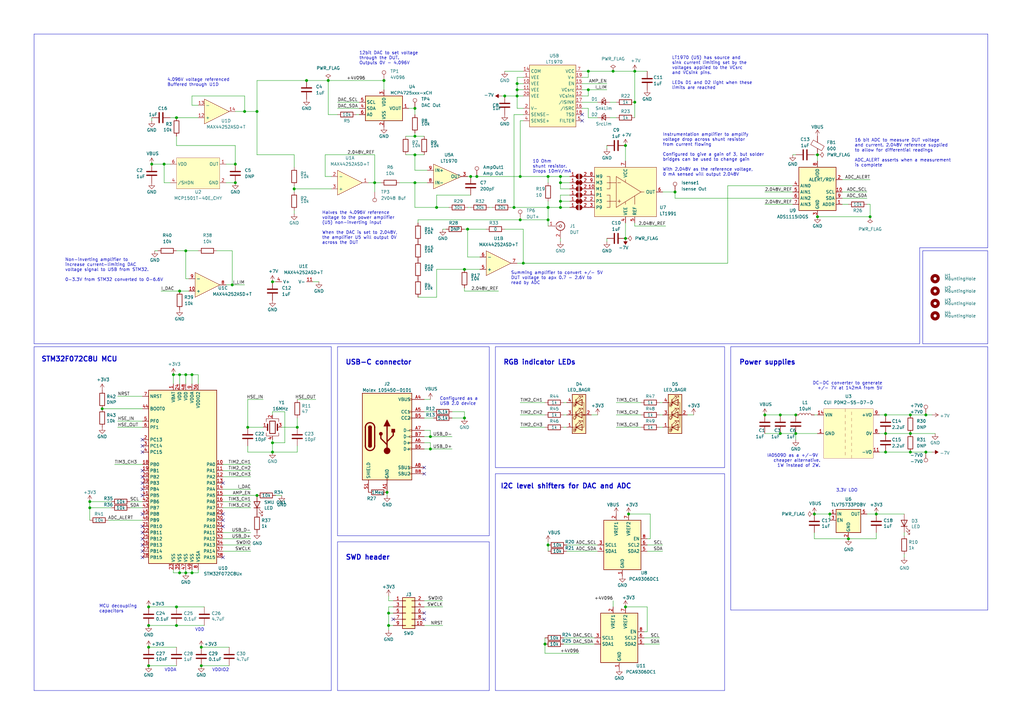
<source format=kicad_sch>
(kicad_sch (version 20201015) (generator eeschema)
  (paper "A3")
  (title_block (title "uSMU") (date "2020-12-20") (rev "5") (company "Joel Troughton"))
  (junction (at 36.83 205.74) (diameter 1.016))
  (junction (at 36.83 208.28) (diameter 1.016))
  (junction (at 41.91 167.64) (diameter 1.016))
  (junction (at 60.96 248.92) (diameter 1.016))
  (junction (at 60.96 256.54) (diameter 1.016))
  (junction (at 60.96 265.43) (diameter 1.016))
  (junction (at 60.96 273.05) (diameter 1.016))
  (junction (at 62.23 67.31) (diameter 1.016))
  (junction (at 67.31 67.31) (diameter 1.016))
  (junction (at 71.12 153.67) (diameter 1.016))
  (junction (at 72.39 48.26) (diameter 1.016))
  (junction (at 72.39 248.92) (diameter 1.016))
  (junction (at 72.39 256.54) (diameter 1.016))
  (junction (at 73.66 119.38) (diameter 1.016))
  (junction (at 73.66 153.67) (diameter 1.016))
  (junction (at 73.66 234.95) (diameter 1.016))
  (junction (at 76.2 102.87) (diameter 1.016))
  (junction (at 76.2 153.67) (diameter 1.016))
  (junction (at 76.2 234.95) (diameter 1.016))
  (junction (at 78.74 153.67) (diameter 1.016))
  (junction (at 78.74 234.95) (diameter 1.016))
  (junction (at 82.55 265.43) (diameter 1.016))
  (junction (at 82.55 273.05) (diameter 1.016))
  (junction (at 95.25 116.84) (diameter 1.016))
  (junction (at 96.52 67.31) (diameter 1.016))
  (junction (at 96.52 74.93) (diameter 1.016))
  (junction (at 100.33 45.72) (diameter 1.016))
  (junction (at 101.6 175.26) (diameter 1.016))
  (junction (at 105.41 45.72) (diameter 1.016))
  (junction (at 105.41 203.2) (diameter 1.016))
  (junction (at 111.76 115.57) (diameter 1.016))
  (junction (at 111.76 181.61) (diameter 1.016))
  (junction (at 111.76 185.42) (diameter 1.016))
  (junction (at 120.65 77.47) (diameter 1.016))
  (junction (at 121.92 175.26) (diameter 1.016))
  (junction (at 125.73 33.02) (diameter 1.016))
  (junction (at 134.62 33.02) (diameter 1.016))
  (junction (at 153.67 74.93) (diameter 1.016))
  (junction (at 157.48 33.02) (diameter 1.016))
  (junction (at 158.75 201.93) (diameter 1.016))
  (junction (at 159.385 251.46) (diameter 1.016))
  (junction (at 159.385 256.54) (diameter 1.016))
  (junction (at 170.18 44.45) (diameter 1.016))
  (junction (at 170.18 55.88) (diameter 1.016))
  (junction (at 170.18 63.5) (diameter 1.016))
  (junction (at 170.18 74.93) (diameter 1.016))
  (junction (at 176.53 179.07) (diameter 1.016))
  (junction (at 176.53 184.15) (diameter 1.016))
  (junction (at 179.07 85.09) (diameter 1.016))
  (junction (at 190.5 110.49) (diameter 1.016))
  (junction (at 190.5 171.45) (diameter 1.016))
  (junction (at 191.77 93.98) (diameter 1.016))
  (junction (at 193.04 72.39) (diameter 1.016))
  (junction (at 195.58 72.39) (diameter 1.016))
  (junction (at 207.01 39.37) (diameter 1.016))
  (junction (at 210.82 85.09) (diameter 1.016))
  (junction (at 212.09 34.29) (diameter 1.016))
  (junction (at 212.09 36.83) (diameter 1.016))
  (junction (at 212.09 39.37) (diameter 1.016))
  (junction (at 213.36 72.39) (diameter 1.016))
  (junction (at 213.36 90.17) (diameter 1.016))
  (junction (at 214.63 107.95) (diameter 1.016))
  (junction (at 223.52 264.16) (diameter 1.016))
  (junction (at 224.79 72.39) (diameter 1.016))
  (junction (at 224.79 85.09) (diameter 1.016))
  (junction (at 224.79 90.17) (diameter 1.016))
  (junction (at 224.79 223.52) (diameter 1.016))
  (junction (at 229.87 72.39) (diameter 1.016))
  (junction (at 229.87 74.93) (diameter 1.016))
  (junction (at 229.87 82.55) (diameter 1.016))
  (junction (at 229.87 85.09) (diameter 1.016))
  (junction (at 241.3 29.21) (diameter 1.016))
  (junction (at 241.3 36.83) (diameter 1.016))
  (junction (at 251.46 29.21) (diameter 1.016))
  (junction (at 256.54 59.69) (diameter 1.016))
  (junction (at 256.54 97.79) (diameter 1.016))
  (junction (at 256.54 248.92) (diameter 1.016))
  (junction (at 257.81 210.82) (diameter 1.016))
  (junction (at 260.35 29.21) (diameter 1.016))
  (junction (at 260.35 41.91) (diameter 1.016))
  (junction (at 276.86 78.74) (diameter 1.016))
  (junction (at 313.69 170.18) (diameter 1.016))
  (junction (at 320.04 170.18) (diameter 1.016))
  (junction (at 320.04 177.8) (diameter 1.016))
  (junction (at 326.39 170.18) (diameter 1.016))
  (junction (at 326.39 177.8) (diameter 1.016))
  (junction (at 334.01 210.82) (diameter 1.016))
  (junction (at 335.28 63.5) (diameter 1.016))
  (junction (at 335.28 88.9) (diameter 1.016))
  (junction (at 340.36 210.82) (diameter 1.016))
  (junction (at 347.98 220.98) (diameter 1.016))
  (junction (at 356.87 88.9) (diameter 1.016))
  (junction (at 359.41 210.82) (diameter 1.016))
  (junction (at 363.22 170.18) (diameter 1.016))
  (junction (at 363.22 177.8) (diameter 1.016))
  (junction (at 363.22 185.42) (diameter 1.016))
  (junction (at 373.38 170.18) (diameter 1.016))
  (junction (at 373.38 177.8) (diameter 1.016))
  (junction (at 373.38 185.42) (diameter 1.016))
  (junction (at 379.73 170.18) (diameter 1.016))
  (junction (at 379.73 185.42) (diameter 1.016))
  (no_connect (at 58.42 228.6))
  (no_connect (at 58.42 180.34))
  (no_connect (at 58.42 195.58))
  (no_connect (at 91.44 198.12))
  (no_connect (at 58.42 200.66))
  (no_connect (at 238.76 49.53))
  (no_connect (at 58.42 215.9))
  (no_connect (at 91.44 213.36))
  (no_connect (at 58.42 223.52))
  (no_connect (at 91.44 210.82))
  (no_connect (at 58.42 182.88))
  (no_connect (at 173.99 191.77))
  (no_connect (at 91.44 215.9))
  (no_connect (at 58.42 220.98))
  (no_connect (at 91.44 228.6))
  (no_connect (at 173.99 254))
  (no_connect (at 173.99 251.46))
  (no_connect (at 58.42 198.12))
  (no_connect (at 58.42 203.2))
  (no_connect (at 238.76 46.99))
  (no_connect (at 58.42 218.44))
  (no_connect (at 58.42 210.82))
  (no_connect (at 58.42 226.06))
  (no_connect (at 161.29 254))
  (no_connect (at 173.99 194.31))
  (no_connect (at 58.42 193.04))
  (no_connect (at 58.42 185.42))
  (wire (pts (xy 36.83 205.74) (xy 36.83 208.28)))
  (wire (pts (xy 36.83 205.74) (xy 45.72 205.74)))
  (wire (pts (xy 36.83 208.28) (xy 36.83 213.36)))
  (wire (pts (xy 36.83 208.28) (xy 45.72 208.28)))
  (wire (pts (xy 41.91 167.64) (xy 58.42 167.64)))
  (wire (pts (xy 44.45 213.36) (xy 58.42 213.36)))
  (wire (pts (xy 46.99 190.5) (xy 58.42 190.5)))
  (wire (pts (xy 48.26 162.56) (xy 58.42 162.56)))
  (wire (pts (xy 48.26 172.72) (xy 58.42 172.72)))
  (wire (pts (xy 48.26 175.26) (xy 58.42 175.26)))
  (wire (pts (xy 53.34 205.74) (xy 58.42 205.74)))
  (wire (pts (xy 53.34 208.28) (xy 58.42 208.28)))
  (wire (pts (xy 60.96 248.92) (xy 72.39 248.92)))
  (wire (pts (xy 60.96 256.54) (xy 72.39 256.54)))
  (wire (pts (xy 60.96 265.43) (xy 72.39 265.43)))
  (wire (pts (xy 60.96 273.05) (xy 72.39 273.05)))
  (wire (pts (xy 62.23 48.26) (xy 62.23 49.53)))
  (wire (pts (xy 62.23 67.31) (xy 67.31 67.31)))
  (wire (pts (xy 64.77 102.87) (xy 63.5 102.87)))
  (wire (pts (xy 67.31 67.31) (xy 69.85 67.31)))
  (wire (pts (xy 67.31 74.93) (xy 67.31 67.31)))
  (wire (pts (xy 69.85 74.93) (xy 67.31 74.93)))
  (wire (pts (xy 71.12 153.67) (xy 71.12 157.48)))
  (wire (pts (xy 71.12 153.67) (xy 73.66 153.67)))
  (wire (pts (xy 71.12 233.68) (xy 71.12 234.95)))
  (wire (pts (xy 71.12 234.95) (xy 73.66 234.95)))
  (wire (pts (xy 72.39 48.26) (xy 69.85 48.26)))
  (wire (pts (xy 72.39 59.69) (xy 72.39 55.88)))
  (wire (pts (xy 72.39 248.92) (xy 83.82 248.92)))
  (wire (pts (xy 72.39 256.54) (xy 83.82 256.54)))
  (wire (pts (xy 73.66 119.38) (xy 66.04 119.38)))
  (wire (pts (xy 73.66 153.67) (xy 73.66 157.48)))
  (wire (pts (xy 73.66 153.67) (xy 76.2 153.67)))
  (wire (pts (xy 73.66 233.68) (xy 73.66 234.95)))
  (wire (pts (xy 73.66 234.95) (xy 76.2 234.95)))
  (wire (pts (xy 76.2 102.87) (xy 72.39 102.87)))
  (wire (pts (xy 76.2 102.87) (xy 76.2 114.3)))
  (wire (pts (xy 76.2 153.67) (xy 76.2 157.48)))
  (wire (pts (xy 76.2 233.68) (xy 76.2 234.95)))
  (wire (pts (xy 76.2 234.95) (xy 78.74 234.95)))
  (wire (pts (xy 77.47 114.3) (xy 76.2 114.3)))
  (wire (pts (xy 77.47 119.38) (xy 73.66 119.38)))
  (wire (pts (xy 78.74 39.37) (xy 78.74 43.18)))
  (wire (pts (xy 78.74 43.18) (xy 81.28 43.18)))
  (wire (pts (xy 78.74 153.67) (xy 76.2 153.67)))
  (wire (pts (xy 78.74 157.48) (xy 78.74 153.67)))
  (wire (pts (xy 78.74 233.68) (xy 78.74 234.95)))
  (wire (pts (xy 78.74 234.95) (xy 81.28 234.95)))
  (wire (pts (xy 81.28 48.26) (xy 72.39 48.26)))
  (wire (pts (xy 81.28 102.87) (xy 76.2 102.87)))
  (wire (pts (xy 81.28 153.67) (xy 78.74 153.67)))
  (wire (pts (xy 81.28 157.48) (xy 81.28 153.67)))
  (wire (pts (xy 81.28 234.95) (xy 81.28 233.68)))
  (wire (pts (xy 82.55 265.43) (xy 93.98 265.43)))
  (wire (pts (xy 82.55 273.05) (xy 93.98 273.05)))
  (wire (pts (xy 91.44 190.5) (xy 102.87 190.5)))
  (wire (pts (xy 91.44 193.04) (xy 102.87 193.04)))
  (wire (pts (xy 91.44 195.58) (xy 102.87 195.58)))
  (wire (pts (xy 91.44 200.66) (xy 102.87 200.66)))
  (wire (pts (xy 91.44 203.2) (xy 105.41 203.2)))
  (wire (pts (xy 91.44 205.74) (xy 102.87 205.74)))
  (wire (pts (xy 91.44 208.28) (xy 102.87 208.28)))
  (wire (pts (xy 91.44 218.44) (xy 102.87 218.44)))
  (wire (pts (xy 91.44 220.98) (xy 102.87 220.98)))
  (wire (pts (xy 91.44 223.52) (xy 102.87 223.52)))
  (wire (pts (xy 91.44 226.06) (xy 102.87 226.06)))
  (wire (pts (xy 92.71 67.31) (xy 96.52 67.31)))
  (wire (pts (xy 92.71 74.93) (xy 96.52 74.93)))
  (wire (pts (xy 92.71 116.84) (xy 95.25 116.84)))
  (wire (pts (xy 95.25 102.87) (xy 88.9 102.87)))
  (wire (pts (xy 95.25 116.84) (xy 95.25 102.87)))
  (wire (pts (xy 96.52 45.72) (xy 100.33 45.72)))
  (wire (pts (xy 96.52 59.69) (xy 72.39 59.69)))
  (wire (pts (xy 96.52 59.69) (xy 96.52 67.31)))
  (wire (pts (xy 100.33 39.37) (xy 78.74 39.37)))
  (wire (pts (xy 100.33 45.72) (xy 100.33 39.37)))
  (wire (pts (xy 100.33 45.72) (xy 105.41 45.72)))
  (wire (pts (xy 100.33 116.84) (xy 95.25 116.84)))
  (wire (pts (xy 101.6 163.83) (xy 101.6 175.26)))
  (wire (pts (xy 101.6 163.83) (xy 107.95 163.83)))
  (wire (pts (xy 101.6 175.26) (xy 107.95 175.26)))
  (wire (pts (xy 101.6 182.88) (xy 101.6 185.42)))
  (wire (pts (xy 101.6 185.42) (xy 111.76 185.42)))
  (wire (pts (xy 105.41 33.02) (xy 105.41 45.72)))
  (wire (pts (xy 105.41 33.02) (xy 125.73 33.02)))
  (wire (pts (xy 105.41 45.72) (xy 105.41 63.5)))
  (wire (pts (xy 105.41 63.5) (xy 120.65 63.5)))
  (wire (pts (xy 111.76 115.57) (xy 113.03 115.57)))
  (wire (pts (xy 111.76 168.91) (xy 116.84 168.91)))
  (wire (pts (xy 111.76 170.18) (xy 111.76 168.91)))
  (wire (pts (xy 111.76 180.34) (xy 111.76 181.61)))
  (wire (pts (xy 111.76 181.61) (xy 111.76 185.42)))
  (wire (pts (xy 111.76 181.61) (xy 116.84 181.61)))
  (wire (pts (xy 111.76 185.42) (xy 121.92 185.42)))
  (wire (pts (xy 115.57 175.26) (xy 121.92 175.26)))
  (wire (pts (xy 115.57 203.2) (xy 113.03 203.2)))
  (wire (pts (xy 116.84 168.91) (xy 116.84 181.61)))
  (wire (pts (xy 120.65 63.5) (xy 120.65 68.58)))
  (wire (pts (xy 120.65 76.2) (xy 120.65 77.47)))
  (wire (pts (xy 120.65 77.47) (xy 120.65 78.74)))
  (wire (pts (xy 120.65 77.47) (xy 135.89 77.47)))
  (wire (pts (xy 120.65 86.36) (xy 120.65 87.63)))
  (wire (pts (xy 121.92 163.83) (xy 129.54 163.83)))
  (wire (pts (xy 121.92 171.45) (xy 121.92 175.26)))
  (wire (pts (xy 121.92 185.42) (xy 121.92 182.88)))
  (wire (pts (xy 125.73 33.02) (xy 134.62 33.02)))
  (wire (pts (xy 128.27 115.57) (xy 130.81 115.57)))
  (wire (pts (xy 133.35 63.5) (xy 153.67 63.5)))
  (wire (pts (xy 133.35 72.39) (xy 133.35 63.5)))
  (wire (pts (xy 133.35 72.39) (xy 135.89 72.39)))
  (wire (pts (xy 134.62 33.02) (xy 134.62 46.99)))
  (wire (pts (xy 134.62 33.02) (xy 157.48 33.02)))
  (wire (pts (xy 134.62 46.99) (xy 138.43 46.99)))
  (wire (pts (xy 138.43 41.91) (xy 147.32 41.91)))
  (wire (pts (xy 138.43 44.45) (xy 147.32 44.45)))
  (wire (pts (xy 146.05 46.99) (xy 147.32 46.99)))
  (wire (pts (xy 151.13 74.93) (xy 153.67 74.93)))
  (wire (pts (xy 153.67 63.5) (xy 153.67 74.93)))
  (wire (pts (xy 153.67 74.93) (xy 156.21 74.93)))
  (wire (pts (xy 153.67 78.74) (xy 153.67 74.93)))
  (wire (pts (xy 157.48 33.02) (xy 157.48 36.83)))
  (wire (pts (xy 158.75 201.93) (xy 158.75 203.2)))
  (wire (pts (xy 159.385 244.475) (xy 159.385 246.38)))
  (wire (pts (xy 159.385 246.38) (xy 161.29 246.38)))
  (wire (pts (xy 159.385 248.92) (xy 159.385 251.46)))
  (wire (pts (xy 159.385 251.46) (xy 159.385 256.54)))
  (wire (pts (xy 159.385 256.54) (xy 159.385 258.445)))
  (wire (pts (xy 161.29 248.92) (xy 159.385 248.92)))
  (wire (pts (xy 161.29 251.46) (xy 159.385 251.46)))
  (wire (pts (xy 161.29 256.54) (xy 159.385 256.54)))
  (wire (pts (xy 163.83 74.93) (xy 170.18 74.93)))
  (wire (pts (xy 166.37 55.88) (xy 170.18 55.88)))
  (wire (pts (xy 166.37 63.5) (xy 170.18 63.5)))
  (wire (pts (xy 167.64 44.45) (xy 170.18 44.45)))
  (wire (pts (xy 170.18 44.45) (xy 170.18 46.99)))
  (wire (pts (xy 170.18 54.61) (xy 170.18 55.88)))
  (wire (pts (xy 170.18 55.88) (xy 173.99 55.88)))
  (wire (pts (xy 170.18 63.5) (xy 170.18 69.85)))
  (wire (pts (xy 170.18 63.5) (xy 173.99 63.5)))
  (wire (pts (xy 170.18 69.85) (xy 175.26 69.85)))
  (wire (pts (xy 170.18 74.93) (xy 175.26 74.93)))
  (wire (pts (xy 170.18 85.09) (xy 170.18 74.93)))
  (wire (pts (xy 171.45 90.17) (xy 213.36 90.17)))
  (wire (pts (xy 171.45 91.44) (xy 171.45 90.17)))
  (wire (pts (xy 171.45 121.92) (xy 179.07 121.92)))
  (wire (pts (xy 173.99 163.83) (xy 176.53 163.83)))
  (wire (pts (xy 173.99 168.91) (xy 177.8 168.91)))
  (wire (pts (xy 173.99 171.45) (xy 177.8 171.45)))
  (wire (pts (xy 173.99 176.53) (xy 176.53 176.53)))
  (wire (pts (xy 173.99 179.07) (xy 176.53 179.07)))
  (wire (pts (xy 173.99 181.61) (xy 176.53 181.61)))
  (wire (pts (xy 173.99 184.15) (xy 176.53 184.15)))
  (wire (pts (xy 173.99 246.38) (xy 181.61 246.38)))
  (wire (pts (xy 173.99 248.92) (xy 181.61 248.92)))
  (wire (pts (xy 173.99 256.54) (xy 181.61 256.54)))
  (wire (pts (xy 176.53 179.07) (xy 176.53 176.53)))
  (wire (pts (xy 176.53 179.07) (xy 185.42 179.07)))
  (wire (pts (xy 176.53 184.15) (xy 176.53 181.61)))
  (wire (pts (xy 176.53 184.15) (xy 185.42 184.15)))
  (wire (pts (xy 179.07 80.01) (xy 179.07 85.09)))
  (wire (pts (xy 179.07 85.09) (xy 170.18 85.09)))
  (wire (pts (xy 179.07 85.09) (xy 184.15 85.09)))
  (wire (pts (xy 179.07 110.49) (xy 179.07 121.92)))
  (wire (pts (xy 179.07 110.49) (xy 190.5 110.49)))
  (wire (pts (xy 181.61 93.98) (xy 182.88 93.98)))
  (wire (pts (xy 185.42 168.91) (xy 190.5 168.91)))
  (wire (pts (xy 185.42 171.45) (xy 190.5 171.45)))
  (wire (pts (xy 190.5 93.98) (xy 191.77 93.98)))
  (wire (pts (xy 190.5 110.49) (xy 196.85 110.49)))
  (wire (pts (xy 190.5 119.38) (xy 190.5 118.11)))
  (wire (pts (xy 190.5 119.38) (xy 204.47 119.38)))
  (wire (pts (xy 190.5 168.91) (xy 190.5 171.45)))
  (wire (pts (xy 191.77 72.39) (xy 193.04 72.39)))
  (wire (pts (xy 191.77 85.09) (xy 193.04 85.09)))
  (wire (pts (xy 191.77 93.98) (xy 199.39 93.98)))
  (wire (pts (xy 191.77 105.41) (xy 191.77 93.98)))
  (wire (pts (xy 193.04 72.39) (xy 195.58 72.39)))
  (wire (pts (xy 193.04 80.01) (xy 179.07 80.01)))
  (wire (pts (xy 195.58 72.39) (xy 213.36 72.39)))
  (wire (pts (xy 196.85 105.41) (xy 191.77 105.41)))
  (wire (pts (xy 200.66 85.09) (xy 201.93 85.09)))
  (wire (pts (xy 205.74 39.37) (xy 207.01 39.37)))
  (wire (pts (xy 207.01 29.21) (xy 214.63 29.21)))
  (wire (pts (xy 207.01 39.37) (xy 212.09 39.37)))
  (wire (pts (xy 207.01 93.98) (xy 214.63 93.98)))
  (wire (pts (xy 209.55 85.09) (xy 210.82 85.09)))
  (wire (pts (xy 210.82 46.99) (xy 210.82 85.09)))
  (wire (pts (xy 210.82 46.99) (xy 214.63 46.99)))
  (wire (pts (xy 210.82 85.09) (xy 224.79 85.09)))
  (wire (pts (xy 212.09 31.75) (xy 212.09 34.29)))
  (wire (pts (xy 212.09 34.29) (xy 212.09 36.83)))
  (wire (pts (xy 212.09 34.29) (xy 214.63 34.29)))
  (wire (pts (xy 212.09 36.83) (xy 212.09 39.37)))
  (wire (pts (xy 212.09 36.83) (xy 214.63 36.83)))
  (wire (pts (xy 212.09 39.37) (xy 214.63 39.37)))
  (wire (pts (xy 212.09 44.45) (xy 212.09 39.37)))
  (wire (pts (xy 212.09 107.95) (xy 214.63 107.95)))
  (wire (pts (xy 213.36 49.53) (xy 213.36 72.39)))
  (wire (pts (xy 213.36 49.53) (xy 214.63 49.53)))
  (wire (pts (xy 213.36 72.39) (xy 224.79 72.39)))
  (wire (pts (xy 213.36 90.17) (xy 224.79 90.17)))
  (wire (pts (xy 213.36 165.1) (xy 223.52 165.1)))
  (wire (pts (xy 213.36 170.18) (xy 223.52 170.18)))
  (wire (pts (xy 213.36 175.26) (xy 223.52 175.26)))
  (wire (pts (xy 214.63 31.75) (xy 212.09 31.75)))
  (wire (pts (xy 214.63 44.45) (xy 212.09 44.45)))
  (wire (pts (xy 214.63 93.98) (xy 214.63 107.95)))
  (wire (pts (xy 214.63 107.95) (xy 298.45 107.95)))
  (wire (pts (xy 223.52 264.16) (xy 223.52 261.62)))
  (wire (pts (xy 223.52 267.97) (xy 223.52 264.16)))
  (wire (pts (xy 223.52 267.97) (xy 237.49 267.97)))
  (wire (pts (xy 224.79 72.39) (xy 229.87 72.39)))
  (wire (pts (xy 224.79 74.93) (xy 224.79 72.39)))
  (wire (pts (xy 224.79 82.55) (xy 224.79 85.09)))
  (wire (pts (xy 224.79 85.09) (xy 224.79 90.17)))
  (wire (pts (xy 224.79 85.09) (xy 229.87 85.09)))
  (wire (pts (xy 224.79 90.17) (xy 224.79 92.71)))
  (wire (pts (xy 224.79 222.25) (xy 224.79 223.52)))
  (wire (pts (xy 224.79 226.06) (xy 224.79 223.52)))
  (wire (pts (xy 229.87 72.39) (xy 229.87 74.93)))
  (wire (pts (xy 229.87 72.39) (xy 233.68 72.39)))
  (wire (pts (xy 229.87 74.93) (xy 233.68 74.93)))
  (wire (pts (xy 229.87 77.47) (xy 229.87 74.93)))
  (wire (pts (xy 229.87 80.01) (xy 233.68 80.01)))
  (wire (pts (xy 229.87 82.55) (xy 229.87 80.01)))
  (wire (pts (xy 229.87 82.55) (xy 233.68 82.55)))
  (wire (pts (xy 229.87 85.09) (xy 229.87 82.55)))
  (wire (pts (xy 229.87 85.09) (xy 233.68 85.09)))
  (wire (pts (xy 229.87 97.79) (xy 229.87 99.06)))
  (wire (pts (xy 231.14 165.1) (xy 232.41 165.1)))
  (wire (pts (xy 231.14 170.18) (xy 232.41 170.18)))
  (wire (pts (xy 231.14 175.26) (xy 232.41 175.26)))
  (wire (pts (xy 231.14 261.62) (xy 243.84 261.62)))
  (wire (pts (xy 231.14 264.16) (xy 243.84 264.16)))
  (wire (pts (xy 232.41 223.52) (xy 245.11 223.52)))
  (wire (pts (xy 232.41 226.06) (xy 245.11 226.06)))
  (wire (pts (xy 233.68 77.47) (xy 229.87 77.47)))
  (wire (pts (xy 238.76 29.21) (xy 241.3 29.21)))
  (wire (pts (xy 238.76 31.75) (xy 241.3 31.75)))
  (wire (pts (xy 238.76 34.29) (xy 248.92 34.29)))
  (wire (pts (xy 238.76 36.83) (xy 241.3 36.83)))
  (wire (pts (xy 238.76 39.37) (xy 241.3 39.37)))
  (wire (pts (xy 238.76 41.91) (xy 245.11 41.91)))
  (wire (pts (xy 238.76 44.45) (xy 241.3 44.45)))
  (wire (pts (xy 241.3 29.21) (xy 251.46 29.21)))
  (wire (pts (xy 241.3 31.75) (xy 241.3 29.21)))
  (wire (pts (xy 241.3 36.83) (xy 248.92 36.83)))
  (wire (pts (xy 241.3 39.37) (xy 241.3 36.83)))
  (wire (pts (xy 241.3 44.45) (xy 241.3 48.26)))
  (wire (pts (xy 241.3 48.26) (xy 245.11 48.26)))
  (wire (pts (xy 242.57 170.18) (xy 245.11 170.18)))
  (wire (pts (xy 248.92 59.69) (xy 248.92 60.96)))
  (wire (pts (xy 248.92 97.79) (xy 248.92 99.06)))
  (wire (pts (xy 250.19 41.91) (xy 252.73 41.91)))
  (wire (pts (xy 250.19 48.26) (xy 252.73 48.26)))
  (wire (pts (xy 251.46 29.21) (xy 260.35 29.21)))
  (wire (pts (xy 251.46 246.38) (xy 251.46 248.92)))
  (wire (pts (xy 252.73 165.1) (xy 262.89 165.1)))
  (wire (pts (xy 252.73 170.18) (xy 262.89 170.18)))
  (wire (pts (xy 252.73 175.26) (xy 262.89 175.26)))
  (wire (pts (xy 256.54 59.69) (xy 256.54 66.04)))
  (wire (pts (xy 256.54 91.44) (xy 256.54 97.79)))
  (wire (pts (xy 260.35 29.21) (xy 260.35 41.91)))
  (wire (pts (xy 260.35 29.21) (xy 265.43 29.21)))
  (wire (pts (xy 260.35 41.91) (xy 260.35 48.26)))
  (wire (pts (xy 260.35 92.71) (xy 260.35 91.44)))
  (wire (pts (xy 264.16 259.08) (xy 265.43 259.08)))
  (wire (pts (xy 264.16 261.62) (xy 270.51 261.62)))
  (wire (pts (xy 264.16 264.16) (xy 270.51 264.16)))
  (wire (pts (xy 265.43 220.98) (xy 266.7 220.98)))
  (wire (pts (xy 265.43 223.52) (xy 271.78 223.52)))
  (wire (pts (xy 265.43 226.06) (xy 271.78 226.06)))
  (wire (pts (xy 265.43 248.92) (xy 256.54 248.92)))
  (wire (pts (xy 265.43 259.08) (xy 265.43 248.92)))
  (wire (pts (xy 266.7 210.82) (xy 257.81 210.82)))
  (wire (pts (xy 266.7 220.98) (xy 266.7 210.82)))
  (wire (pts (xy 270.51 165.1) (xy 271.78 165.1)))
  (wire (pts (xy 270.51 170.18) (xy 271.78 170.18)))
  (wire (pts (xy 270.51 175.26) (xy 271.78 175.26)))
  (wire (pts (xy 271.78 78.74) (xy 276.86 78.74)))
  (wire (pts (xy 273.05 92.71) (xy 260.35 92.71)))
  (wire (pts (xy 276.86 81.28) (xy 276.86 78.74)))
  (wire (pts (xy 276.86 81.28) (xy 325.12 81.28)))
  (wire (pts (xy 281.94 170.18) (xy 284.48 170.18)))
  (wire (pts (xy 298.45 76.2) (xy 325.12 76.2)))
  (wire (pts (xy 298.45 107.95) (xy 298.45 76.2)))
  (wire (pts (xy 313.69 78.74) (xy 325.12 78.74)))
  (wire (pts (xy 313.69 83.82) (xy 325.12 83.82)))
  (wire (pts (xy 313.69 170.18) (xy 320.04 170.18)))
  (wire (pts (xy 313.69 177.8) (xy 320.04 177.8)))
  (wire (pts (xy 320.04 170.18) (xy 326.39 170.18)))
  (wire (pts (xy 320.04 177.8) (xy 326.39 177.8)))
  (wire (pts (xy 325.12 63.5) (xy 326.39 63.5)))
  (wire (pts (xy 326.39 177.8) (xy 326.39 180.34)))
  (wire (pts (xy 326.39 177.8) (xy 335.28 177.8)))
  (wire (pts (xy 334.01 63.5) (xy 335.28 63.5)))
  (wire (pts (xy 334.01 170.18) (xy 335.28 170.18)))
  (wire (pts (xy 334.01 210.82) (xy 340.36 210.82)))
  (wire (pts (xy 334.01 218.44) (xy 334.01 220.98)))
  (wire (pts (xy 334.01 220.98) (xy 347.98 220.98)))
  (wire (pts (xy 335.28 63.5) (xy 335.28 66.04)))
  (wire (pts (xy 335.28 88.9) (xy 356.87 88.9)))
  (wire (pts (xy 340.36 210.82) (xy 340.36 213.36)))
  (wire (pts (xy 345.44 73.66) (xy 356.87 73.66)))
  (wire (pts (xy 345.44 78.74) (xy 355.6 78.74)))
  (wire (pts (xy 345.44 81.28) (xy 355.6 81.28)))
  (wire (pts (xy 345.44 83.82) (xy 347.98 83.82)))
  (wire (pts (xy 347.98 220.98) (xy 359.41 220.98)))
  (wire (pts (xy 355.6 210.82) (xy 359.41 210.82)))
  (wire (pts (xy 356.87 83.82) (xy 355.6 83.82)))
  (wire (pts (xy 356.87 88.9) (xy 356.87 83.82)))
  (wire (pts (xy 359.41 210.82) (xy 370.84 210.82)))
  (wire (pts (xy 359.41 218.44) (xy 359.41 220.98)))
  (wire (pts (xy 360.68 170.18) (xy 363.22 170.18)))
  (wire (pts (xy 360.68 177.8) (xy 363.22 177.8)))
  (wire (pts (xy 360.68 185.42) (xy 363.22 185.42)))
  (wire (pts (xy 363.22 170.18) (xy 373.38 170.18)))
  (wire (pts (xy 363.22 177.8) (xy 373.38 177.8)))
  (wire (pts (xy 363.22 185.42) (xy 373.38 185.42)))
  (wire (pts (xy 370.84 218.44) (xy 370.84 219.71)))
  (wire (pts (xy 370.84 227.33) (xy 370.84 228.6)))
  (wire (pts (xy 373.38 170.18) (xy 379.73 170.18)))
  (wire (pts (xy 373.38 177.8) (xy 383.54 177.8)))
  (wire (pts (xy 373.38 185.42) (xy 379.73 185.42)))
  (wire (pts (xy 379.73 170.18) (xy 382.27 170.18)))
  (wire (pts (xy 379.73 185.42) (xy 382.27 185.42)))
  (polyline (pts (xy 13.97 13.97) (xy 13.97 140.97)) (stroke (width 0) (type solid)))
  (polyline (pts (xy 13.97 140.97) (xy 377.19 140.97)) (stroke (width 0) (type solid)))
  (polyline (pts (xy 13.97 142.24) (xy 13.97 283.21)) (stroke (width 0) (type solid)))
  (polyline (pts (xy 13.97 142.24) (xy 135.89 142.24)) (stroke (width 0) (type solid)))
  (polyline (pts (xy 135.89 142.24) (xy 135.89 283.21)) (stroke (width 0) (type solid)))
  (polyline (pts (xy 135.89 283.21) (xy 13.97 283.21)) (stroke (width 0) (type solid)))
  (polyline (pts (xy 138.43 142.24) (xy 138.43 219.71)) (stroke (width 0) (type solid)))
  (polyline (pts (xy 138.43 142.24) (xy 200.66 142.24)) (stroke (width 0) (type solid)))
  (polyline (pts (xy 138.43 222.25) (xy 138.43 283.21)) (stroke (width 0) (type solid)))
  (polyline (pts (xy 138.43 222.25) (xy 200.66 222.25)) (stroke (width 0) (type solid)))
  (polyline (pts (xy 200.66 142.24) (xy 200.66 219.71)) (stroke (width 0) (type solid)))
  (polyline (pts (xy 200.66 219.71) (xy 138.43 219.71)) (stroke (width 0) (type solid)))
  (polyline (pts (xy 200.66 222.25) (xy 200.66 283.21)) (stroke (width 0) (type solid)))
  (polyline (pts (xy 200.66 283.21) (xy 138.43 283.21)) (stroke (width 0) (type solid)))
  (polyline (pts (xy 203.2 142.24) (xy 203.2 191.77)) (stroke (width 0) (type solid)))
  (polyline (pts (xy 203.2 142.24) (xy 297.18 142.24)) (stroke (width 0) (type solid)))
  (polyline (pts (xy 203.2 191.77) (xy 297.18 191.77)) (stroke (width 0) (type solid)))
  (polyline (pts (xy 203.2 194.31) (xy 203.2 283.21)) (stroke (width 0) (type solid)))
  (polyline (pts (xy 203.2 194.31) (xy 297.18 194.31)) (stroke (width 0) (type solid)))
  (polyline (pts (xy 297.18 191.77) (xy 297.18 142.24)) (stroke (width 0) (type solid)))
  (polyline (pts (xy 297.18 194.31) (xy 297.18 283.21)) (stroke (width 0) (type solid)))
  (polyline (pts (xy 297.18 283.21) (xy 203.2 283.21)) (stroke (width 0) (type solid)))
  (polyline (pts (xy 299.72 142.24) (xy 299.72 250.19)) (stroke (width 0) (type solid)))
  (polyline (pts (xy 299.72 142.24) (xy 405.13 142.24)) (stroke (width 0) (type solid)))
  (polyline (pts (xy 377.19 101.6) (xy 405.13 101.6)) (stroke (width 0) (type solid)))
  (polyline (pts (xy 377.19 140.97) (xy 377.19 101.6)) (stroke (width 0) (type solid)))
  (polyline (pts (xy 378.46 102.87) (xy 405.13 102.87)) (stroke (width 0) (type solid)))
  (polyline (pts (xy 378.46 140.97) (xy 378.46 102.87)) (stroke (width 0) (type solid)))
  (polyline (pts (xy 405.13 13.97) (xy 13.97 13.97)) (stroke (width 0) (type solid)))
  (polyline (pts (xy 405.13 101.6) (xy 405.13 13.97)) (stroke (width 0) (type solid)))
  (polyline (pts (xy 405.13 102.87) (xy 405.13 140.97)) (stroke (width 0) (type solid)))
  (polyline (pts (xy 405.13 140.97) (xy 378.46 140.97)) (stroke (width 0) (type solid)))
  (polyline (pts (xy 405.13 142.24) (xy 405.13 250.19)) (stroke (width 0) (type solid)))
  (polyline (pts (xy 405.13 250.19) (xy 299.72 250.19)) (stroke (width 0) (type solid)))
  (text "Non-inverting amplifier to \nincrease current-limiting DAC\nvoltage signal to U5B from STM32.\n\n0-3.3V from STM32 converted to 0-6.6V" (at 26.67 115.57 0) (effects (font (size 1.27 1.27)) (justify left bottom)))
  (text "MCU decoupling\ncapacitors" (at 40.64 251.46 0) (effects (font (size 1.27 1.27)) (justify left bottom)))
  (text "STM32F072C8U MCU" (at 48.26 148.59 180) (effects (font (size 2 2) (thickness 0.4) bold) (justify right bottom)))
  (text "4.096V voltage referenced\nBuffered through U1D" (at 68.58 35.56 0) (effects (font (size 1.27 1.27)) (justify left bottom)))
  (text "VDDA\n" (at 72.39 275.59 180) (effects (font (size 1.27 1.27)) (justify right bottom)))
  (text "VDD" (at 83.82 259.08 180) (effects (font (size 1.27 1.27)) (justify right bottom)))
  (text "VDDIO2" (at 93.98 275.59 180) (effects (font (size 1.27 1.27)) (justify right bottom)))
  (text "Halves the 4.096V reference\nvoltage to the power amplifier \n(U5) non-inverting input\n\nWhen the DAC is set to 2.048V,\nthe amplifier U5 will output 0V \nacross the DUT" (at 132.08 100.33 0) (effects (font (size 1.27 1.27)) (justify left bottom)))
  (text "12bit DAC to set voltage\nthrough the DUT.\nOutputs 0V - 4.096V" (at 147.32 26.67 0) (effects (font (size 1.27 1.27)) (justify left bottom)))
  (text "SWD header" (at 160.02 229.87 180) (effects (font (size 2 2) (thickness 0.4) bold) (justify right bottom)))
  (text "USB-C connector" (at 168.91 149.86 180) (effects (font (size 2 2) (thickness 0.4) bold) (justify right bottom)))
  (text "Configured as a \nUSB 2.0 device" (at 180.34 166.37 0) (effects (font (size 1.27 1.27)) (justify left bottom)))
  (text "Summing amplifier to convert +/- 5V\nDUT voltage to apx 0.7 - 2.6V to \nread by ADC" (at 209.55 116.84 0) (effects (font (size 1.27 1.27)) (justify left bottom)))
  (text "10 Ohm \nshunt resistor.\nDrops 10mV/mA" (at 218.44 71.12 0) (effects (font (size 1.27 1.27)) (justify left bottom)))
  (text "RGB indicator LEDs" (at 236.22 149.86 180) (effects (font (size 2 2) (thickness 0.4) bold) (justify right bottom)))
  (text "I2C level shifters for DAC and ADC" (at 259.08 200.66 180) (effects (font (size 2 2) (thickness 0.4) bold) (justify right bottom)))
  (text "Instrumentation amplifier to amplify\nvoltage drop across shunt resistor\nfrom current flowing\n\nConfigured to give a gain of 3, but solder \nbridges can be used to change gain\n\nWith 2.048V as the reference voltage, \n0 mA sensed will output 2.048V" (at 271.78 72.39 0) (effects (font (size 1.27 1.27)) (justify left bottom)))
  (text "LT1970 (U5) has source and\nsink current limiting set by the\nvoltages applied to the VCsrc\nand VCsink pins.\n\nLEDs D1 and D2 light when these\nlimits are reached" (at 275.59 36.83 0) (effects (font (size 1.27 1.27)) (justify left bottom)))
  (text "Power supplies" (at 326.39 149.86 180) (effects (font (size 2 2) (thickness 0.4) bold) (justify right bottom)))
  (text "IA0509D as a +/-9V \ncheaper alternative.\n1W instead of 2W." (at 336.55 191.77 0) (effects (font (size 1.27 1.27)) (justify right bottom)))
  (text "16 bit ADC to measure DUT voltage\nand current. 2.048V reference supplied\nto allow for differential readings\n\nADC_ALERT asserts when a measurement\nis complete" (at 350.52 68.58 0) (effects (font (size 1.27 1.27)) (justify left bottom)))
  (text "3.3V LDO" (at 351.79 201.93 180) (effects (font (size 1.27 1.27)) (justify right bottom)))
  (text "DC-DC converter to generate\n+/- 7V at 142mA from 5V" (at 361.95 160.02 0) (effects (font (size 1.27 1.27)) (justify right bottom)))
  (label "TIM3_CH3" (at 46.99 190.5 0))
  (label "NRST" (at 48.26 162.56 0))
  (label "HSE_IN" (at 48.26 172.72 0))
  (label "HSE_OUT" (at 48.26 175.26 0))
  (label "SCL" (at 53.34 205.74 0))
  (label "SDA" (at 53.34 208.28 0))
  (label "ADC_ALERT" (at 54.61 213.36 180))
  (label "I_DAC" (at 66.04 119.38 0))
  (label "I_LIM" (at 100.33 116.84 180))
  (label "TIM2_CH1" (at 102.87 190.5 180))
  (label "TIM2_CH2" (at 102.87 193.04 180))
  (label "TIM2_CH3" (at 102.87 195.58 180))
  (label "I_DAC" (at 102.87 200.66 180))
  (label "AMP_EN" (at 102.87 203.2 180))
  (label "TIM3_CH1" (at 102.87 205.74 180))
  (label "TIM3_CH2" (at 102.87 208.28 180))
  (label "USB_D-" (at 102.87 218.44 180))
  (label "USB_D+" (at 102.87 220.98 180))
  (label "SWDIO" (at 102.87 223.52 180))
  (label "SWCLK" (at 102.87 226.06 180))
  (label "HSE_IN" (at 107.95 163.83 180))
  (label "HSE_OUT" (at 129.54 163.83 180))
  (label "DAC_SCL" (at 138.43 41.91 0))
  (label "DAC_SDA" (at 138.43 44.45 0))
  (label "+4V096" (at 149.86 33.02 180))
  (label "2.048V_REF" (at 153.67 63.5 180))
  (label "SWDIO" (at 181.61 246.38 180))
  (label "SWCLK" (at 181.61 248.92 180))
  (label "NRST" (at 181.61 256.54 180))
  (label "USB_D-" (at 185.42 179.07 180))
  (label "USB_D+" (at 185.42 184.15 180))
  (label "2.048V_REF" (at 204.47 119.38 180))
  (label "TIM2_CH1" (at 213.36 165.1 0))
  (label "TIM2_CH2" (at 213.36 170.18 0))
  (label "TIM2_CH3" (at 213.36 175.26 0))
  (label "DAC_SCL" (at 234.95 261.62 0))
  (label "DAC_SDA" (at 234.95 264.16 0))
  (label "ADC_SCL" (at 236.22 223.52 0))
  (label "ADC_SDA" (at 236.22 226.06 0))
  (label "+4V096" (at 237.49 267.97 180))
  (label "AMP_EN" (at 248.92 34.29 180))
  (label "I_LIM" (at 248.92 36.83 180))
  (label "+4V096" (at 251.46 246.38 180))
  (label "TIM3_CH1" (at 252.73 165.1 0))
  (label "TIM3_CH2" (at 252.73 170.18 0))
  (label "TIM3_CH3" (at 252.73 175.26 0))
  (label "SCL" (at 270.51 261.62 180))
  (label "SDA" (at 270.51 264.16 180))
  (label "SCL" (at 271.78 223.52 180))
  (label "SDA" (at 271.78 226.06 180))
  (label "2.048V_REF" (at 273.05 92.71 180))
  (label "2.048V_REF" (at 313.69 78.74 0))
  (label "2.048V_REF" (at 313.69 83.82 0))
  (label "ADC_SCL" (at 355.6 78.74 180))
  (label "ADC_SDA" (at 355.6 81.28 180))
  (label "ADC_ALERT" (at 356.87 73.66 180))
  (symbol (lib_id "power:PWR_FLAG") (at 134.62 33.02 0) (unit 1)
    (property "Reference" "#FLG0105" (effects hide))
    (property "Value" "PWR_FLAG" (at 134.62 27.94 0))
  )
  (symbol (lib_id "power:PWR_FLAG") (at 251.46 29.21 0) (unit 1)
    (property "Reference" "#FLG0101" (effects hide))
    (property "Value" "PWR_FLAG" (at 251.46 24.13 0))
  )
  (symbol (lib_id "power:PWR_FLAG") (at 256.54 97.79 270) (unit 1)
    (property "Reference" "#FLG0102" (effects hide))
    (property "Value" "PWR_FLAG" (at 260.35 97.79 90) (effects (justify left)))
  )
  (symbol (lib_id "power:PWR_FLAG") (at 334.01 210.82 90) (unit 1)
    (property "Reference" "#FLG0104" (effects hide))
    (property "Value" "PWR_FLAG" (at 330.2 210.82 90) (effects (justify left)))
  )
  (symbol (lib_id "power:PWR_FLAG") (at 335.28 63.5 270) (unit 1)
    (property "Reference" "#FLG0103" (effects hide))
    (property "Value" "PWR_FLAG" (at 339.09 63.5 90) (effects (justify left)))
  )
  (symbol (lib_id "power:PWR_FLAG") (at 356.87 88.9 180) (unit 1)
    (property "Reference" "#FLG0106" (effects hide))
    (property "Value" "PWR_FLAG" (at 356.87 93.98 0))
  )
  (symbol (lib_id "Connector:TestPoint") (at 153.67 78.74 180) (unit 1)
    (property "Reference" "TP3" (at 156.21 78.74 0) (effects (justify right)))
    (property "Value" "2V048 Buf" (at 156.21 81.28 0) (effects (justify right)))
    (property "Footprint" "TestPoint:TestPoint_Pad_D1.0mm" (effects hide))
  )
  (symbol (lib_id "Connector:TestPoint") (at 157.48 33.02 0) (unit 1)
    (property "Reference" "TP1" (at 160.02 29.21 0) (effects (justify left)))
    (property "Value" "4V096" (at 160.02 31.75 0) (effects (justify left)))
    (property "Footprint" "TestPoint:TestPoint_Pad_D1.0mm" (effects hide))
  )
  (symbol (lib_id "Connector:TestPoint") (at 170.18 44.45 0) (unit 1)
    (property "Reference" "TP4" (at 172.72 40.64 0) (effects (justify left)))
    (property "Value" "DAC Out" (at 172.72 43.18 0) (effects (justify left)))
    (property "Footprint" "TestPoint:TestPoint_Pad_D1.0mm" (effects hide))
  )
  (symbol (lib_id "Connector:TestPoint") (at 195.58 72.39 0) (unit 1)
    (property "Reference" "AmpOut1" (at 198.12 68.58 0) (effects (justify left)))
    (property "Value" "Amp Out" (at 198.12 71.12 0) (effects (justify left)))
    (property "Footprint" "TestPoint:TestPoint_Pad_D1.0mm" (effects hide))
  )
  (symbol (lib_id "Connector:TestPoint") (at 213.36 90.17 0) (unit 1)
    (property "Reference" "TP6" (at 215.9 86.36 0) (effects (justify left)))
    (property "Value" "DUT+" (at 215.9 88.9 0) (effects (justify left)))
    (property "Footprint" "TestPoint:TestPoint_Pad_D1.0mm" (effects hide))
  )
  (symbol (lib_id "Connector:TestPoint") (at 276.86 78.74 0) (unit 1)
    (property "Reference" "Isense1" (at 279.4 74.93 0) (effects (justify left)))
    (property "Value" "Isense Out" (at 279.4 77.47 0) (effects (justify left)))
    (property "Footprint" "TestPoint:TestPoint_Pad_D1.0mm" (effects hide))
  )
  (symbol (lib_id "Connector:TestPoint") (at 379.73 170.18 0) (unit 1)
    (property "Reference" "+7V0" (at 375.92 168.91 0))
    (property "Value" "+7V0" (at 375.92 166.37 0))
    (property "Footprint" "TestPoint:TestPoint_Pad_D1.0mm" (effects hide))
  )
  (symbol (lib_id "Connector:TestPoint") (at 379.73 185.42 180) (unit 1)
    (property "Reference" "-7V0" (at 375.92 189.23 0))
    (property "Value" "-7V0" (at 375.92 186.69 0))
    (property "Footprint" "TestPoint:TestPoint_Pad_D1.0mm" (effects hide))
  )
  (symbol (lib_id "power:+3V3") (at 36.83 205.74 0) (unit 1)
    (property "Reference" "#PWR0129" (effects hide))
    (property "Value" "+3V3" (at 36.83 201.93 0))
  )
  (symbol (lib_id "power:+3V3") (at 41.91 160.02 0) (unit 1)
    (property "Reference" "#PWR0155" (effects hide))
    (property "Value" "+3V3" (at 42.2783 155.6956 0))
  )
  (symbol (lib_id "power:+3V3") (at 60.96 248.92 0) (unit 1)
    (property "Reference" "#PWR0131" (effects hide))
    (property "Value" "+3V3" (at 64.77 247.65 0))
  )
  (symbol (lib_id "power:+3V3") (at 60.96 265.43 0) (unit 1)
    (property "Reference" "#PWR0135" (effects hide))
    (property "Value" "+3V3" (at 64.77 264.16 0))
  )
  (symbol (lib_id "power:VBUS") (at 62.23 67.31 0) (unit 1)
    (property "Reference" "#PWR0109" (effects hide))
    (property "Value" "VBUS" (at 62.5983 62.9856 0))
  )
  (symbol (lib_id "power:+3V3") (at 71.12 153.67 0) (unit 1)
    (property "Reference" "#PWR0124" (effects hide))
    (property "Value" "+3V3" (at 71.4883 149.3456 0))
  )
  (symbol (lib_id "power:+3V3") (at 82.55 265.43 0) (unit 1)
    (property "Reference" "#PWR0134" (effects hide))
    (property "Value" "+3V3" (at 86.36 264.16 0))
  )
  (symbol (lib_id "uSMU_v05:+7V") (at 111.76 115.57 0) (unit 1)
    (property "Reference" "#PWR0146" (effects hide))
    (property "Value" "+7V" (at 112.1283 111.2456 0))
  )
  (symbol (lib_id "power:+3.3V") (at 159.385 244.475 0) (unit 1)
    (property "Reference" "#PWR0125" (effects hide))
    (property "Value" "+3.3V" (at 159.385 240.665 0))
  )
  (symbol (lib_id "power:VBUS") (at 176.53 163.83 0) (unit 1)
    (property "Reference" "#PWR0161" (effects hide))
    (property "Value" "VBUS" (at 176.8983 159.5056 0))
  )
  (symbol (lib_id "uSMU_v05:-7V") (at 205.74 39.37 90) (unit 1)
    (property "Reference" "#PWR0118" (effects hide))
    (property "Value" "-7V" (at 202.5649 39.0017 90) (effects (justify left)))
  )
  (symbol (lib_id "power:VBUS") (at 224.79 222.25 0) (unit 1)
    (property "Reference" "#PWR0142" (effects hide))
    (property "Value" "VBUS" (at 227.33 218.44 0))
  )
  (symbol (lib_id "power:+3.3V") (at 245.11 170.18 0) (unit 1)
    (property "Reference" "#PWR0159" (effects hide))
    (property "Value" "+3.3V" (at 245.11 166.37 0))
  )
  (symbol (lib_id "power:VBUS") (at 252.73 210.82 0) (unit 1)
    (property "Reference" "#PWR0144" (effects hide))
    (property "Value" "VBUS" (at 251.46 207.01 0))
  )
  (symbol (lib_id "uSMU_v05:+7V") (at 256.54 59.69 0) (unit 1)
    (property "Reference" "#PWR0137" (effects hide))
    (property "Value" "+7V" (at 256.9083 55.3656 0))
  )
  (symbol (lib_id "uSMU_v05:-7V") (at 256.54 97.79 180) (unit 1)
    (property "Reference" "#PWR0138" (effects hide))
    (property "Value" "-7V" (at 257.81 101.6 0) (effects (justify left)))
  )
  (symbol (lib_id "power:+3V3") (at 256.54 248.92 0) (unit 1)
    (property "Reference" "#PWR0140" (effects hide))
    (property "Value" "+3V3" (at 257.81 245.11 0))
  )
  (symbol (lib_id "power:+3V3") (at 257.81 210.82 0) (unit 1)
    (property "Reference" "#PWR0143" (effects hide))
    (property "Value" "+3V3" (at 259.08 207.01 0))
  )
  (symbol (lib_id "uSMU_v05:+7V") (at 260.35 29.21 0) (unit 1)
    (property "Reference" "#PWR0147" (effects hide))
    (property "Value" "+7V" (at 260.7183 24.8856 0))
  )
  (symbol (lib_id "power:+3.3V") (at 284.48 170.18 0) (unit 1)
    (property "Reference" "#PWR0156" (effects hide))
    (property "Value" "+3.3V" (at 284.48 166.37 0))
  )
  (symbol (lib_id "power:VBUS") (at 313.69 170.18 0) (unit 1)
    (property "Reference" "#PWR0139" (effects hide))
    (property "Value" "VBUS" (at 314.0583 165.8556 0))
  )
  (symbol (lib_id "power:VBUS") (at 334.01 210.82 0) (unit 1)
    (property "Reference" "#PWR0148" (effects hide))
    (property "Value" "VBUS" (at 334.3783 206.4956 0))
  )
  (symbol (lib_id "power:VBUS") (at 335.28 55.88 0) (unit 1)
    (property "Reference" "#PWR0145" (effects hide))
    (property "Value" "VBUS" (at 335.28 52.07 0))
  )
  (symbol (lib_id "power:+3.3V") (at 359.41 210.82 0) (unit 1)
    (property "Reference" "#PWR0149" (effects hide))
    (property "Value" "+3.3V" (at 359.41 207.01 0))
  )
  (symbol (lib_id "uSMU_v05:+7V") (at 382.27 170.18 270) (unit 1)
    (property "Reference" "#PWR0141" (effects hide))
    (property "Value" "+7V" (at 385.4451 170.5483 90) (effects (justify left)))
  )
  (symbol (lib_id "uSMU_v05:-7V") (at 382.27 185.42 270) (unit 1)
    (property "Reference" "#PWR0150" (effects hide))
    (property "Value" "-7V" (at 385.4451 185.7883 90) (effects (justify left)))
  )
  (symbol (lib_id "Device:L") (at 330.2 170.18 90) (unit 1)
    (property "Reference" "L1" (at 330.2 165.1 90))
    (property "Value" "10uH" (at 330.2 167.64 90))
    (property "Footprint" "Inductor_SMD:L_0805_2012Metric" (effects hide))
  )
  (symbol (lib_id "power:GND") (at 41.91 175.26 0) (unit 1)
    (property "Reference" "#PWR0154" (effects hide))
    (property "Value" "GND" (at 41.91 179.07 0))
  )
  (symbol (lib_id "power:GND") (at 60.96 256.54 0) (unit 1)
    (property "Reference" "#PWR0132" (effects hide))
    (property "Value" "GND" (at 60.96 260.35 0))
  )
  (symbol (lib_id "power:GND") (at 60.96 273.05 0) (unit 1)
    (property "Reference" "#PWR0136" (effects hide))
    (property "Value" "GND" (at 60.96 276.86 0))
  )
  (symbol (lib_id "power:GND") (at 62.23 49.53 0) (mirror y) (unit 1)
    (property "Reference" "#PWR0111" (effects hide))
    (property "Value" "GND" (at 62.23 53.34 0))
  )
  (symbol (lib_id "power:GND") (at 62.23 74.93 0) (unit 1)
    (property "Reference" "#PWR0104" (effects hide))
    (property "Value" "GND" (at 62.23 78.74 0))
  )
  (symbol (lib_id "power:GND") (at 63.5 102.87 0) (mirror y) (unit 1)
    (property "Reference" "#PWR0152" (effects hide))
    (property "Value" "GND" (at 63.5 106.68 0))
  )
  (symbol (lib_id "power:GND") (at 73.66 127 0) (mirror y) (unit 1)
    (property "Reference" "#PWR0153" (effects hide))
    (property "Value" "GND" (at 73.66 130.81 0))
  )
  (symbol (lib_id "power:GND") (at 76.2 234.95 0) (unit 1)
    (property "Reference" "#PWR0151" (effects hide))
    (property "Value" "GND" (at 76.2 238.76 0))
  )
  (symbol (lib_id "power:GND") (at 82.55 273.05 0) (unit 1)
    (property "Reference" "#PWR0133" (effects hide))
    (property "Value" "GND" (at 82.55 276.86 0))
  )
  (symbol (lib_id "power:GND") (at 96.52 74.93 0) (unit 1)
    (property "Reference" "#PWR0105" (effects hide))
    (property "Value" "GND" (at 96.52 78.74 0))
  )
  (symbol (lib_id "power:GND") (at 105.41 218.44 0) (unit 1)
    (property "Reference" "#PWR0163" (effects hide))
    (property "Value" "GND" (at 105.537 222.8342 0))
  )
  (symbol (lib_id "power:GND") (at 111.76 123.19 0) (unit 1)
    (property "Reference" "#PWR0114" (effects hide))
    (property "Value" "GND" (at 111.76 127 0))
  )
  (symbol (lib_id "power:GND") (at 111.76 185.42 0) (unit 1)
    (property "Reference" "#PWR0126" (effects hide))
    (property "Value" "GND" (at 111.76 189.23 0))
  )
  (symbol (lib_id "power:GND") (at 115.57 203.2 0) (mirror y) (unit 1)
    (property "Reference" "#PWR0130" (effects hide))
    (property "Value" "GND" (at 115.57 207.01 0))
  )
  (symbol (lib_id "power:GND") (at 120.65 87.63 0) (unit 1)
    (property "Reference" "#PWR0103" (effects hide))
    (property "Value" "GND" (at 120.65 91.44 0))
  )
  (symbol (lib_id "power:GND") (at 125.73 40.64 0) (unit 1)
    (property "Reference" "#PWR0102" (effects hide))
    (property "Value" "GND" (at 125.73 44.45 0))
  )
  (symbol (lib_id "power:GND") (at 130.81 115.57 0) (unit 1)
    (property "Reference" "#PWR0116" (effects hide))
    (property "Value" "GND" (at 130.81 119.38 0))
  )
  (symbol (lib_id "power:GND") (at 157.48 52.07 0) (unit 1)
    (property "Reference" "#PWR0101" (effects hide))
    (property "Value" "GND" (at 157.48 55.88 0))
  )
  (symbol (lib_id "power:GND") (at 158.75 203.2 0) (unit 1)
    (property "Reference" "#PWR0127" (effects hide))
    (property "Value" "GND" (at 158.75 207.01 0))
  )
  (symbol (lib_id "power:GND") (at 159.385 258.445 0) (unit 1)
    (property "Reference" "#PWR0128" (effects hide))
    (property "Value" "GND" (at 159.385 262.255 0))
  )
  (symbol (lib_id "power:GND") (at 181.61 93.98 0) (unit 1)
    (property "Reference" "#PWR0117" (effects hide))
    (property "Value" "GND" (at 181.61 97.79 0))
  )
  (symbol (lib_id "power:GND") (at 190.5 171.45 0) (unit 1)
    (property "Reference" "#PWR0162" (effects hide))
    (property "Value" "GND" (at 190.5 175.26 0))
  )
  (symbol (lib_id "power:GND") (at 207.01 29.21 0) (unit 1)
    (property "Reference" "#PWR0107" (effects hide))
    (property "Value" "GND" (at 207.01 33.02 0))
  )
  (symbol (lib_id "power:GND") (at 207.01 46.99 0) (unit 1)
    (property "Reference" "#PWR0106" (effects hide))
    (property "Value" "GND" (at 207.01 50.8 0))
  )
  (symbol (lib_id "power:GND") (at 229.87 99.06 0) (unit 1)
    (property "Reference" "#PWR0113" (effects hide))
    (property "Value" "GND" (at 229.87 102.87 0))
  )
  (symbol (lib_id "power:GND") (at 248.92 60.96 0) (unit 1)
    (property "Reference" "#PWR0115" (effects hide))
    (property "Value" "GND" (at 248.92 64.77 0))
  )
  (symbol (lib_id "power:GND") (at 248.92 99.06 0) (unit 1)
    (property "Reference" "#PWR0112" (effects hide))
    (property "Value" "GND" (at 248.92 102.87 0))
  )
  (symbol (lib_id "power:GND") (at 254 274.32 0) (unit 1)
    (property "Reference" "#PWR0122" (effects hide))
    (property "Value" "GND" (at 254 278.13 0))
  )
  (symbol (lib_id "power:GND") (at 255.27 236.22 0) (unit 1)
    (property "Reference" "#PWR0121" (effects hide))
    (property "Value" "GND" (at 255.27 240.03 0))
  )
  (symbol (lib_id "power:GND") (at 265.43 36.83 0) (unit 1)
    (property "Reference" "#PWR0123" (effects hide))
    (property "Value" "GND" (at 265.43 40.64 0))
  )
  (symbol (lib_id "power:GND") (at 325.12 63.5 0) (unit 1)
    (property "Reference" "#PWR0120" (effects hide))
    (property "Value" "GND" (at 325.12 67.31 0))
  )
  (symbol (lib_id "power:GND") (at 326.39 180.34 0) (unit 1)
    (property "Reference" "#PWR0110" (effects hide))
    (property "Value" "GND" (at 326.39 184.15 0))
  )
  (symbol (lib_id "power:GND") (at 335.28 88.9 0) (unit 1)
    (property "Reference" "#PWR0119" (effects hide))
    (property "Value" "GND" (at 335.28 92.71 0))
  )
  (symbol (lib_id "power:GND") (at 347.98 220.98 0) (unit 1)
    (property "Reference" "#PWR0157" (effects hide))
    (property "Value" "GND" (at 348.107 225.3742 0))
  )
  (symbol (lib_id "power:GND") (at 370.84 228.6 0) (unit 1)
    (property "Reference" "#PWR0158" (effects hide))
    (property "Value" "GND" (at 370.967 232.9942 0))
  )
  (symbol (lib_id "power:GND") (at 383.54 177.8 0) (unit 1)
    (property "Reference" "#PWR0108" (effects hide))
    (property "Value" "GND" (at 383.54 181.61 0))
  )
  (symbol (lib_id "Mechanical:MountingHole") (at 383.54 114.3 0) (unit 1)
    (property "Reference" "H1" (at 387.35 113.03 0) (effects (justify left)))
    (property "Value" "MountingHole" (at 387.35 114.3 0) (effects (justify left)))
    (property "Footprint" "MountingHole:MountingHole_3.2mm_M3_Pad_Via" (effects hide))
  )
  (symbol (lib_id "Mechanical:MountingHole") (at 383.54 119.38 0) (unit 1)
    (property "Reference" "H2" (at 387.35 118.11 0) (effects (justify left)))
    (property "Value" "MountingHole" (at 387.35 119.38 0) (effects (justify left)))
    (property "Footprint" "MountingHole:MountingHole_3.2mm_M3_Pad_Via" (effects hide))
  )
  (symbol (lib_id "Mechanical:MountingHole") (at 383.54 124.46 0) (unit 1)
    (property "Reference" "H3" (at 387.35 123.19 0) (effects (justify left)))
    (property "Value" "MountingHole" (at 387.35 124.46 0) (effects (justify left)))
    (property "Footprint" "MountingHole:MountingHole_3.2mm_M3_Pad_Via" (effects hide))
  )
  (symbol (lib_id "Mechanical:MountingHole") (at 383.54 129.54 0) (unit 1)
    (property "Reference" "H4" (at 387.35 128.27 0) (effects (justify left)))
    (property "Value" "MountingHole" (at 387.35 129.54 0) (effects (justify left)))
    (property "Footprint" "MountingHole:MountingHole_3.2mm_M3_Pad_Via" (effects hide))
  )
  (symbol (lib_id "Device:LED_Small") (at 247.65 41.91 0) (unit 1)
    (property "Reference" "D1" (at 243.84 40.64 0))
    (property "Value" "SnkLim" (at 247.65 44.45 0))
    (property "Footprint" "LED_SMD:LED_0805_2012Metric" (effects hide))
  )
  (symbol (lib_id "Device:LED_Small") (at 247.65 48.26 0) (unit 1)
    (property "Reference" "D2" (at 243.84 46.99 0))
    (property "Value" "SrcLim" (at 247.65 50.8 0))
    (property "Footprint" "LED_SMD:LED_0805_2012Metric" (effects hide))
  )
  (symbol (lib_id "Device:R") (at 40.64 213.36 90) (unit 1)
    (property "Reference" "R41" (at 40.64 210.82 90))
    (property "Value" "10k" (at 40.64 213.36 90))
    (property "Footprint" "Resistor_SMD:R_0603_1608Metric" (effects hide))
  )
  (symbol (lib_id "Device:R") (at 41.91 163.83 0) (unit 1)
    (property "Reference" "R42" (at 43.6881 162.6806 0) (effects (justify left)))
    (property "Value" "DNP" (at 43.6881 164.9793 0) (effects (justify left)))
    (property "Footprint" "Resistor_SMD:R_0603_1608Metric" (effects hide))
  )
  (symbol (lib_id "Device:R") (at 41.91 171.45 0) (unit 1)
    (property "Reference" "R43" (at 43.6881 170.3006 0) (effects (justify left)))
    (property "Value" "10k" (at 43.6881 172.5993 0) (effects (justify left)))
    (property "Footprint" "Resistor_SMD:R_0603_1608Metric" (effects hide))
  )
  (symbol (lib_id "Device:R") (at 49.53 205.74 90) (unit 1)
    (property "Reference" "R35" (at 44.45 204.47 90))
    (property "Value" "10k" (at 49.53 205.74 90))
    (property "Footprint" "Resistor_SMD:R_0603_1608Metric" (effects hide))
  )
  (symbol (lib_id "Device:R") (at 49.53 208.28 90) (unit 1)
    (property "Reference" "R36" (at 44.45 207.01 90))
    (property "Value" "10k" (at 49.53 208.28 90))
    (property "Footprint" "Resistor_SMD:R_0603_1608Metric" (effects hide))
  )
  (symbol (lib_id "Device:R") (at 68.58 102.87 270) (mirror x) (unit 1)
    (property "Reference" "R40" (at 68.58 96.52 90))
    (property "Value" "10k" (at 68.58 99.06 90))
    (property "Footprint" "Resistor_SMD:R_0603_1608Metric" (effects hide))
  )
  (symbol (lib_id "Device:R") (at 72.39 52.07 0) (mirror y) (unit 1)
    (property "Reference" "R3" (at 70.6119 50.9206 0) (effects (justify left)))
    (property "Value" "10k" (at 70.6119 53.2193 0) (effects (justify left)))
    (property "Footprint" "Resistor_SMD:R_0603_1608Metric" (effects hide))
  )
  (symbol (lib_id "Device:R") (at 73.66 123.19 0) (mirror x) (unit 1)
    (property "Reference" "R39" (at 77.47 121.92 0))
    (property "Value" "10k" (at 77.47 124.46 0))
    (property "Footprint" "Resistor_SMD:R_0603_1608Metric" (effects hide))
  )
  (symbol (lib_id "Device:R") (at 85.09 102.87 270) (mirror x) (unit 1)
    (property "Reference" "R38" (at 85.09 96.52 90))
    (property "Value" "10k" (at 85.09 99.06 90))
    (property "Footprint" "Resistor_SMD:R_0603_1608Metric" (effects hide))
  )
  (symbol (lib_id "Device:R") (at 105.41 214.63 0) (unit 1)
    (property "Reference" "R37" (at 107.1881 213.4806 0) (effects (justify left)))
    (property "Value" "1k" (at 107.1881 215.7793 0) (effects (justify left)))
    (property "Footprint" "Resistor_SMD:R_0603_1608Metric" (effects hide))
  )
  (symbol (lib_id "Device:R") (at 109.22 203.2 270) (mirror x) (unit 1)
    (property "Reference" "R34" (at 114.3 201.93 90))
    (property "Value" "10k" (at 109.22 203.2 90))
    (property "Footprint" "Resistor_SMD:R_0603_1608Metric" (effects hide))
  )
  (symbol (lib_id "Device:R") (at 120.65 72.39 0) (unit 1)
    (property "Reference" "R1" (at 123.19 71.12 0) (effects (justify left)))
    (property "Value" "10k" (at 123.19 72.39 0) (effects (justify left)))
    (property "Footprint" "Resistor_SMD:R_0603_1608Metric" (effects hide))
  )
  (symbol (lib_id "Device:R") (at 120.65 82.55 0) (unit 1)
    (property "Reference" "R2" (at 123.19 81.28 0) (effects (justify left)))
    (property "Value" "10k" (at 123.19 82.55 0) (effects (justify left)))
    (property "Footprint" "Resistor_SMD:R_0603_1608Metric" (effects hide))
  )
  (symbol (lib_id "Device:R") (at 121.92 167.64 0) (unit 1)
    (property "Reference" "R11" (at 123.6981 166.4906 0) (effects (justify left)))
    (property "Value" "47" (at 123.6981 168.7893 0) (effects (justify left)))
    (property "Footprint" "Resistor_SMD:R_0603_1608Metric" (effects hide))
  )
  (symbol (lib_id "Device:R") (at 142.24 46.99 90) (unit 1)
    (property "Reference" "R5" (at 142.24 49.53 90))
    (property "Value" "10k" (at 142.24 46.99 90))
    (property "Footprint" "Resistor_SMD:R_0603_1608Metric" (effects hide))
  )
  (symbol (lib_id "Device:R") (at 154.94 201.93 90) (unit 1)
    (property "Reference" "R27" (at 152.4 204.47 90))
    (property "Value" "1Meg" (at 154.94 201.93 90))
    (property "Footprint" "Resistor_SMD:R_0603_1608Metric" (effects hide))
  )
  (symbol (lib_id "Device:R") (at 160.02 74.93 90) (unit 1)
    (property "Reference" "R6" (at 160.02 68.58 90))
    (property "Value" "10k" (at 160.02 71.12 90))
    (property "Footprint" "Resistor_SMD:R_0603_1608Metric" (effects hide))
  )
  (symbol (lib_id "Device:R") (at 166.37 59.69 0) (unit 1)
    (property "Reference" "R7" (at 168.91 58.42 0) (effects (justify left)))
    (property "Value" "10k" (at 168.91 59.69 0) (effects (justify left)))
    (property "Footprint" "Resistor_SMD:R_0603_1608Metric" (effects hide))
  )
  (symbol (lib_id "Device:R") (at 170.18 50.8 0) (unit 1)
    (property "Reference" "R8" (at 172.72 49.53 0) (effects (justify left)))
    (property "Value" "10k" (at 172.72 50.8 0) (effects (justify left)))
    (property "Footprint" "Resistor_SMD:R_0603_1608Metric" (effects hide))
  )
  (symbol (lib_id "Device:R") (at 171.45 95.25 180) (unit 1)
    (property "Reference" "R14" (at 173.99 93.98 0) (effects (justify right)))
    (property "Value" "10k" (at 173.99 95.25 0) (effects (justify right)))
    (property "Footprint" "Resistor_SMD:R_0603_1608Metric" (effects hide))
  )
  (symbol (lib_id "Device:R") (at 171.45 102.87 180) (unit 1)
    (property "Reference" "R15" (at 173.99 101.6 0) (effects (justify right)))
    (property "Value" "10k" (at 173.99 102.87 0) (effects (justify right)))
    (property "Footprint" "Resistor_SMD:R_0603_1608Metric" (effects hide))
  )
  (symbol (lib_id "Device:R") (at 171.45 110.49 180) (unit 1)
    (property "Reference" "R16" (at 173.99 109.22 0) (effects (justify right)))
    (property "Value" "10k" (at 173.99 110.49 0) (effects (justify right)))
    (property "Footprint" "Resistor_SMD:R_0603_1608Metric" (effects hide))
  )
  (symbol (lib_id "Device:R") (at 171.45 118.11 180) (unit 1)
    (property "Reference" "R4" (at 173.99 116.84 0) (effects (justify right)))
    (property "Value" "10k" (at 173.99 118.11 0) (effects (justify right)))
    (property "Footprint" "Resistor_SMD:R_0603_1608Metric" (effects hide))
  )
  (symbol (lib_id "Device:R") (at 173.99 59.69 0) (unit 1)
    (property "Reference" "R9" (at 176.53 58.42 0) (effects (justify left)))
    (property "Value" "10k" (at 176.53 59.69 0) (effects (justify left)))
    (property "Footprint" "Resistor_SMD:R_0603_1608Metric" (effects hide))
  )
  (symbol (lib_id "Device:R") (at 181.61 168.91 90) (unit 1)
    (property "Reference" "R12" (at 176.53 167.64 90))
    (property "Value" "5.1k" (at 181.61 168.91 90))
    (property "Footprint" "Resistor_SMD:R_0603_1608Metric" (effects hide))
  )
  (symbol (lib_id "Device:R") (at 181.61 171.45 90) (unit 1)
    (property "Reference" "R13" (at 176.53 170.18 90))
    (property "Value" "5.1k" (at 181.61 171.45 90))
    (property "Footprint" "Resistor_SMD:R_0603_1608Metric" (effects hide))
  )
  (symbol (lib_id "Device:R") (at 186.69 93.98 270) (unit 1)
    (property "Reference" "R28" (at 187.96 91.44 90) (effects (justify right)))
    (property "Value" "DNP" (at 186.69 93.98 90))
    (property "Footprint" "Resistor_SMD:R_0603_1608Metric" (effects hide))
  )
  (symbol (lib_id "Device:R") (at 187.96 85.09 90) (unit 1)
    (property "Reference" "R29" (at 187.96 82.55 90))
    (property "Value" "30k" (at 187.96 85.09 90))
    (property "Footprint" "Resistor_SMD:R_0603_1608Metric" (effects hide))
  )
  (symbol (lib_id "Device:R") (at 190.5 114.3 180) (unit 1)
    (property "Reference" "R17" (at 193.04 113.03 0) (effects (justify right)))
    (property "Value" "10k" (at 193.04 114.3 0) (effects (justify right)))
    (property "Footprint" "Resistor_SMD:R_0603_1608Metric" (effects hide))
  )
  (symbol (lib_id "Device:R") (at 196.85 85.09 90) (unit 1)
    (property "Reference" "R32" (at 196.85 82.55 90))
    (property "Value" "30k" (at 196.85 85.09 90))
    (property "Footprint" "Resistor_SMD:R_0603_1608Metric" (effects hide))
  )
  (symbol (lib_id "Device:R") (at 203.2 93.98 270) (unit 1)
    (property "Reference" "R33" (at 204.47 91.44 90) (effects (justify right)))
    (property "Value" "0" (at 203.2 93.98 90))
    (property "Footprint" "Resistor_SMD:R_0603_1608Metric" (effects hide))
  )
  (symbol (lib_id "Device:R") (at 205.74 85.09 90) (unit 1)
    (property "Reference" "R18" (at 205.74 82.55 90))
    (property "Value" "30k" (at 205.74 85.09 90))
    (property "Footprint" "Resistor_SMD:R_0603_1608Metric" (effects hide))
  )
  (symbol (lib_id "Device:R") (at 224.79 78.74 180) (unit 1)
    (property "Reference" "R19" (at 219.71 77.47 0) (effects (justify right)))
    (property "Value" "10" (at 219.71 80.01 0) (effects (justify right)))
    (property "Footprint" "Resistor_SMD:R_0603_1608Metric" (effects hide))
  )
  (symbol (lib_id "Device:R") (at 227.33 165.1 90) (unit 1)
    (property "Reference" "R44" (at 227.33 162.56 90))
    (property "Value" "1k" (at 227.33 165.1 90))
    (property "Footprint" "Resistor_SMD:R_0603_1608Metric" (effects hide))
  )
  (symbol (lib_id "Device:R") (at 227.33 170.18 90) (unit 1)
    (property "Reference" "R45" (at 227.33 167.64 90))
    (property "Value" "1k" (at 227.33 170.18 90))
    (property "Footprint" "Resistor_SMD:R_0603_1608Metric" (effects hide))
  )
  (symbol (lib_id "Device:R") (at 227.33 175.26 90) (unit 1)
    (property "Reference" "R46" (at 227.33 172.72 90))
    (property "Value" "1k" (at 227.33 175.26 90))
    (property "Footprint" "Resistor_SMD:R_0603_1608Metric" (effects hide))
  )
  (symbol (lib_id "Device:R") (at 227.33 261.62 90) (unit 1)
    (property "Reference" "R24" (at 232.41 260.35 90))
    (property "Value" "10k" (at 227.33 261.62 90))
    (property "Footprint" "Resistor_SMD:R_0603_1608Metric" (effects hide))
  )
  (symbol (lib_id "Device:R") (at 227.33 264.16 90) (unit 1)
    (property "Reference" "R25" (at 232.41 262.89 90))
    (property "Value" "10k" (at 227.33 264.16 90))
    (property "Footprint" "Resistor_SMD:R_0603_1608Metric" (effects hide))
  )
  (symbol (lib_id "Device:R") (at 228.6 223.52 90) (unit 1)
    (property "Reference" "R20" (at 233.68 222.25 90))
    (property "Value" "10k" (at 228.6 223.52 90))
    (property "Footprint" "Resistor_SMD:R_0603_1608Metric" (effects hide))
  )
  (symbol (lib_id "Device:R") (at 228.6 226.06 90) (unit 1)
    (property "Reference" "R21" (at 233.68 224.79 90))
    (property "Value" "10k" (at 228.6 226.06 90))
    (property "Footprint" "Resistor_SMD:R_0603_1608Metric" (effects hide))
  )
  (symbol (lib_id "Device:R") (at 256.54 41.91 90) (unit 1)
    (property "Reference" "R22" (at 256.54 39.37 90))
    (property "Value" "1k" (at 256.54 41.91 90))
    (property "Footprint" "Resistor_SMD:R_0603_1608Metric" (effects hide))
  )
  (symbol (lib_id "Device:R") (at 256.54 48.26 90) (unit 1)
    (property "Reference" "R23" (at 256.54 45.72 90))
    (property "Value" "1k" (at 256.54 48.26 90))
    (property "Footprint" "Resistor_SMD:R_0603_1608Metric" (effects hide))
  )
  (symbol (lib_id "Device:R") (at 266.7 165.1 90) (unit 1)
    (property "Reference" "R47" (at 266.7 162.56 90))
    (property "Value" "1k" (at 266.7 165.1 90))
    (property "Footprint" "Resistor_SMD:R_0603_1608Metric" (effects hide))
  )
  (symbol (lib_id "Device:R") (at 266.7 170.18 90) (unit 1)
    (property "Reference" "R48" (at 266.7 167.64 90))
    (property "Value" "1k" (at 266.7 170.18 90))
    (property "Footprint" "Resistor_SMD:R_0603_1608Metric" (effects hide))
  )
  (symbol (lib_id "Device:R") (at 266.7 175.26 90) (unit 1)
    (property "Reference" "R49" (at 266.7 172.72 90))
    (property "Value" "1k" (at 266.7 175.26 90))
    (property "Footprint" "Resistor_SMD:R_0603_1608Metric" (effects hide))
  )
  (symbol (lib_id "Device:R") (at 351.79 83.82 90) (unit 1)
    (property "Reference" "R26" (at 351.79 86.36 90))
    (property "Value" "10k" (at 351.79 83.82 90))
    (property "Footprint" "Resistor_SMD:R_0603_1608Metric" (effects hide))
  )
  (symbol (lib_id "Device:R") (at 370.84 223.52 0) (unit 1)
    (property "Reference" "R10" (at 372.6181 222.3706 0) (effects (justify left)))
    (property "Value" "1k" (at 372.6181 224.6693 0) (effects (justify left)))
    (property "Footprint" "Resistor_SMD:R_0603_1608Metric" (effects hide))
  )
  (symbol (lib_id "Device:R") (at 373.38 173.99 0) (unit 1)
    (property "Reference" "R30" (at 375.92 172.72 0) (effects (justify left)))
    (property "Value" "DNP" (at 375.92 175.26 0) (effects (justify left)))
    (property "Footprint" "Resistor_SMD:R_0603_1608Metric" (effects hide))
  )
  (symbol (lib_id "Device:R") (at 373.38 181.61 0) (unit 1)
    (property "Reference" "R31" (at 375.92 180.34 0) (effects (justify left)))
    (property "Value" "DNP" (at 375.92 182.88 0) (effects (justify left)))
    (property "Footprint" "Resistor_SMD:R_0603_1608Metric" (effects hide))
  )
  (symbol (lib_id "Jumper:SolderJumper_2_Open") (at 237.49 72.39 0) (unit 1)
    (property "Reference" "JP1" (effects hide))
    (property "Value" "SolderJumper_2_Open" (effects hide))
    (property "Footprint" "Jumper:SolderJumper-2_P1.3mm_Open_RoundedPad1.0x1.5mm" (effects hide))
  )
  (symbol (lib_id "Jumper:SolderJumper_2_Bridged") (at 237.49 74.93 0) (unit 1)
    (property "Reference" "JP2" (effects hide))
    (property "Value" "SolderJumper_2_Bridged" (effects hide))
    (property "Footprint" "Jumper:SolderJumper-2_P1.3mm_Bridged_RoundedPad1.0x1.5mm" (effects hide))
  )
  (symbol (lib_id "Jumper:SolderJumper_2_Open") (at 237.49 77.47 0) (unit 1)
    (property "Reference" "JP3" (effects hide))
    (property "Value" "SolderJumper_2_Open" (effects hide))
    (property "Footprint" "Jumper:SolderJumper-2_P1.3mm_Open_RoundedPad1.0x1.5mm" (effects hide))
  )
  (symbol (lib_id "Jumper:SolderJumper_2_Open") (at 237.49 80.01 0) (unit 1)
    (property "Reference" "JP4" (effects hide))
    (property "Value" "SolderJumper_2_Open" (effects hide))
    (property "Footprint" "Jumper:SolderJumper-2_P1.3mm_Open_RoundedPad1.0x1.5mm" (effects hide))
  )
  (symbol (lib_id "Jumper:SolderJumper_2_Bridged") (at 237.49 82.55 0) (unit 1)
    (property "Reference" "JP5" (effects hide))
    (property "Value" "SolderJumper_2_Bridged" (effects hide))
    (property "Footprint" "Jumper:SolderJumper-2_P1.3mm_Bridged_RoundedPad1.0x1.5mm" (effects hide))
  )
  (symbol (lib_id "Jumper:SolderJumper_2_Open") (at 237.49 85.09 0) (unit 1)
    (property "Reference" "JP6" (effects hide))
    (property "Value" "SolderJumper_2_Open" (effects hide))
    (property "Footprint" "Jumper:SolderJumper-2_P1.3mm_Open_RoundedPad1.0x1.5mm" (effects hide))
  )
  (symbol (lib_id "Device:LED") (at 105.41 207.01 90) (unit 1)
    (property "Reference" "SMU ON1" (at 108.3311 206.0511 90) (effects (justify right)))
    (property "Value" "LED" (at 108.331 208.35 90) (effects (justify right)))
    (property "Footprint" "LED_SMD:LED_0805_2012Metric" (effects hide))
  )
  (symbol (lib_id "Device:LED") (at 370.84 214.63 90) (unit 1)
    (property "Reference" "D3" (at 373.7611 213.6711 90) (effects (justify right)))
    (property "Value" "LED" (at 373.7611 215.9698 90) (effects (justify right)))
    (property "Footprint" "LED_SMD:LED_0805_2012Metric" (effects hide))
  )
  (symbol (lib_id "uSMU_v05:MAX44252ASD+T") (at 120.65 115.57 90) (unit 5)
    (property "Reference" "U1" (at 124.46 109.22 90))
    (property "Value" "MAX44252ASD+T" (at 124.46 111.76 90))
    (property "Footprint" "Package_SO:SOIC-14_3.9x8.7mm_P1.27mm" (effects hide))
  )
  (symbol (lib_id "Device:C") (at 60.96 252.73 0) (unit 1)
    (property "Reference" "C24" (at 63.8811 251.5806 0) (effects (justify left)))
    (property "Value" "0.1uF" (at 63.8811 253.8793 0) (effects (justify left)))
    (property "Footprint" "Capacitor_SMD:C_0603_1608Metric" (effects hide))
  )
  (symbol (lib_id "Device:C") (at 60.96 269.24 0) (unit 1)
    (property "Reference" "C27" (at 63.8811 268.0906 0) (effects (justify left)))
    (property "Value" "10nF" (at 63.8811 270.3893 0) (effects (justify left)))
    (property "Footprint" "Capacitor_SMD:C_0603_1608Metric" (effects hide))
  )
  (symbol (lib_id "Device:C") (at 62.23 71.12 0) (unit 1)
    (property "Reference" "C2" (at 55.88 69.85 0) (effects (justify left)))
    (property "Value" "1uF" (at 55.88 72.39 0) (effects (justify left)))
    (property "Footprint" "Capacitor_SMD:C_0603_1608Metric" (effects hide))
  )
  (symbol (lib_id "Device:C") (at 66.04 48.26 270) (mirror x) (unit 1)
    (property "Reference" "C16" (at 64.77 44.45 90) (effects (justify left)))
    (property "Value" "1uF" (at 60.96 46.99 90) (effects (justify left)))
    (property "Footprint" "Capacitor_SMD:C_0603_1608Metric" (effects hide))
  )
  (symbol (lib_id "Device:C") (at 72.39 252.73 0) (unit 1)
    (property "Reference" "C25" (at 75.3111 251.5806 0) (effects (justify left)))
    (property "Value" "0.1uF" (at 75.3111 253.8793 0) (effects (justify left)))
    (property "Footprint" "Capacitor_SMD:C_0603_1608Metric" (effects hide))
  )
  (symbol (lib_id "Device:C") (at 72.39 269.24 0) (unit 1)
    (property "Reference" "C28" (at 75.3111 268.0906 0) (effects (justify left)))
    (property "Value" "1uF" (at 75.3111 270.3893 0) (effects (justify left)))
    (property "Footprint" "Capacitor_SMD:C_0603_1608Metric" (effects hide))
  )
  (symbol (lib_id "Device:C") (at 82.55 269.24 0) (unit 1)
    (property "Reference" "C29" (at 85.4711 268.0906 0) (effects (justify left)))
    (property "Value" "0.1uF" (at 85.4711 270.3893 0) (effects (justify left)))
    (property "Footprint" "Capacitor_SMD:C_0603_1608Metric" (effects hide))
  )
  (symbol (lib_id "Device:C") (at 83.82 252.73 0) (unit 1)
    (property "Reference" "C26" (at 86.7411 251.5806 0) (effects (justify left)))
    (property "Value" "4.7uF" (at 86.7411 253.8793 0) (effects (justify left)))
    (property "Footprint" "Capacitor_SMD:C_0805_2012Metric" (effects hide))
  )
  (symbol (lib_id "Device:C") (at 93.98 269.24 0) (unit 1)
    (property "Reference" "C30" (at 96.9011 268.0906 0) (effects (justify left)))
    (property "Value" "4.7uF" (at 96.9011 270.3893 0) (effects (justify left)))
    (property "Footprint" "Capacitor_SMD:C_0805_2012Metric" (effects hide))
  )
  (symbol (lib_id "Device:C") (at 96.52 71.12 0) (unit 1)
    (property "Reference" "C5" (at 100.33 69.85 0) (effects (justify left)))
    (property "Value" "DNP" (at 100.33 72.39 0) (effects (justify left)))
    (property "Footprint" "Capacitor_SMD:C_0603_1608Metric" (effects hide))
  )
  (symbol (lib_id "Device:C") (at 101.6 179.07 0) (unit 1)
    (property "Reference" "C22" (at 104.5211 177.9206 0) (effects (justify left)))
    (property "Value" "10pF" (at 104.5211 180.2193 0) (effects (justify left)))
    (property "Footprint" "Capacitor_SMD:C_0603_1608Metric" (effects hide))
  )
  (symbol (lib_id "Device:C") (at 111.76 119.38 180) (unit 1)
    (property "Reference" "C12" (at 115.57 118.11 0) (effects (justify right)))
    (property "Value" "1uF" (at 115.57 120.65 0) (effects (justify right)))
    (property "Footprint" "Capacitor_SMD:C_0603_1608Metric" (effects hide))
  )
  (symbol (lib_id "Device:C") (at 121.92 179.07 0) (unit 1)
    (property "Reference" "C23" (at 124.8411 177.9206 0) (effects (justify left)))
    (property "Value" "10pF" (at 124.8411 180.2193 0) (effects (justify left)))
    (property "Footprint" "Capacitor_SMD:C_0603_1608Metric" (effects hide))
  )
  (symbol (lib_id "Device:C") (at 125.73 36.83 0) (unit 1)
    (property "Reference" "C4" (at 129.54 35.56 0) (effects (justify left)))
    (property "Value" "1uF" (at 129.54 38.1 0) (effects (justify left)))
    (property "Footprint" "Capacitor_SMD:C_0603_1608Metric" (effects hide))
  )
  (symbol (lib_id "Device:C") (at 193.04 76.2 0) (unit 1)
    (property "Reference" "C7" (at 196.85 74.93 0) (effects (justify left)))
    (property "Value" "200pF" (at 196.85 77.47 0) (effects (justify left)))
    (property "Footprint" "Capacitor_SMD:C_0603_1608Metric" (effects hide))
  )
  (symbol (lib_id "Device:C") (at 207.01 43.18 0) (unit 1)
    (property "Reference" "C8" (at 201.93 43.18 0) (effects (justify left)))
    (property "Value" "1uF" (at 201.93 44.45 0) (effects (justify left)))
    (property "Footprint" "Capacitor_SMD:C_0603_1608Metric" (effects hide))
  )
  (symbol (lib_id "Device:C") (at 252.73 59.69 90) (unit 1)
    (property "Reference" "C9" (at 252.73 53.34 90))
    (property "Value" "1uF" (at 252.73 55.88 90))
    (property "Footprint" "Capacitor_SMD:C_0603_1608Metric" (effects hide))
  )
  (symbol (lib_id "Device:C") (at 252.73 97.79 90) (unit 1)
    (property "Reference" "C10" (at 252.73 91.44 90))
    (property "Value" "1uF" (at 252.73 93.98 90))
    (property "Footprint" "Capacitor_SMD:C_0603_1608Metric" (effects hide))
  )
  (symbol (lib_id "Device:C") (at 265.43 33.02 0) (unit 1)
    (property "Reference" "C11" (at 267.97 31.75 0) (effects (justify left)))
    (property "Value" "1uF" (at 267.97 34.29 0) (effects (justify left)))
    (property "Footprint" "Capacitor_SMD:C_0603_1608Metric" (effects hide))
  )
  (symbol (lib_id "Device:C") (at 313.69 173.99 0) (unit 1)
    (property "Reference" "C1" (at 311.15 176.53 0) (effects (justify left)))
    (property "Value" "1uF" (at 309.88 179.07 0) (effects (justify left)))
    (property "Footprint" "Capacitor_SMD:C_0603_1608Metric" (effects hide))
  )
  (symbol (lib_id "Device:C") (at 320.04 173.99 0) (unit 1)
    (property "Reference" "C3" (at 317.5 176.53 0) (effects (justify left)))
    (property "Value" "1uF" (at 316.23 179.07 0) (effects (justify left)))
    (property "Footprint" "Capacitor_SMD:C_0603_1608Metric" (effects hide))
  )
  (symbol (lib_id "Device:C") (at 326.39 173.99 0) (unit 1)
    (property "Reference" "C6" (at 323.85 176.53 0) (effects (justify left)))
    (property "Value" "1uF" (at 322.58 179.07 0) (effects (justify left)))
    (property "Footprint" "Capacitor_SMD:C_0603_1608Metric" (effects hide))
  )
  (symbol (lib_id "Device:C") (at 330.2 63.5 90) (unit 1)
    (property "Reference" "C13" (at 330.2 57.15 90))
    (property "Value" "1uF" (at 330.2 59.69 90))
    (property "Footprint" "Capacitor_SMD:C_0603_1608Metric" (effects hide))
  )
  (symbol (lib_id "Device:C") (at 334.01 214.63 0) (unit 1)
    (property "Reference" "C17" (at 336.9311 213.4806 0) (effects (justify left)))
    (property "Value" "1uF" (at 336.9311 215.7793 0) (effects (justify left)))
    (property "Footprint" "Capacitor_SMD:C_0603_1608Metric" (effects hide))
  )
  (symbol (lib_id "Device:C") (at 359.41 214.63 0) (unit 1)
    (property "Reference" "C18" (at 362.3311 213.4806 0) (effects (justify left)))
    (property "Value" "1uF" (at 362.3311 215.7793 0) (effects (justify left)))
    (property "Footprint" "Capacitor_SMD:C_0603_1608Metric" (effects hide))
  )
  (symbol (lib_id "Device:C") (at 363.22 173.99 0) (unit 1)
    (property "Reference" "C14" (at 365.76 172.72 0) (effects (justify left)))
    (property "Value" "2.2uF" (at 365.76 175.26 0) (effects (justify left)))
    (property "Footprint" "Capacitor_SMD:C_0805_2012Metric" (effects hide))
  )
  (symbol (lib_id "Device:C") (at 363.22 181.61 0) (unit 1)
    (property "Reference" "C15" (at 365.76 180.34 0) (effects (justify left)))
    (property "Value" "2.2uF" (at 365.76 182.88 0) (effects (justify left)))
    (property "Footprint" "Capacitor_SMD:C_0805_2012Metric" (effects hide))
  )
  (symbol (lib_id "Device:Ferrite_Bead") (at 335.28 59.69 0) (unit 1)
    (property "Reference" "FB1" (at 339.09 58.42 0) (effects (justify left)))
    (property "Value" "600" (at 339.09 60.96 0) (effects (justify left)))
    (property "Footprint" "Inductor_SMD:L_0603_1608Metric" (effects hide))
  )
  (symbol (lib_id "Connector:Conn_Coaxial") (at 229.87 92.71 0) (unit 1)
    (property "Reference" "J1" (at 233.68 92.71 0) (effects (justify left)))
    (property "Value" "DUT" (at 233.68 95.25 0) (effects (justify left)))
    (property "Footprint" "Connector_Coaxial:BNC_Amphenol_B6252HB-NPP3G-50_Horizontal" (effects hide))
    (property "Datasheet" " ~" (effects hide))
  )
  (symbol (lib_id "Device:Crystal_GND24") (at 111.76 175.26 0) (unit 1)
    (property "Reference" "Y1" (at 114.3 165.1 0) (effects (justify left)))
    (property "Value" "16MHz" (at 111.76 167.64 0) (effects (justify left)))
    (property "Footprint" "Crystal:Crystal_SMD_3225-4Pin_3.2x2.5mm" (effects hide))
    (property "Datasheet" "TSX-3225 16.0000MF18X-G" (effects hide))
  )
  (symbol (lib_id "uSMU_v05:MAX44252ASD+T") (at 83.82 116.84 0) (unit 3)
    (property "Reference" "U1" (at 91.44 118.11 0))
    (property "Value" "MAX44252ASD+T" (at 95.25 120.65 0))
    (property "Footprint" "Package_SO:SOIC-14_3.9x8.7mm_P1.27mm" (effects hide))
  )
  (symbol (lib_id "uSMU_v05:MAX44252ASD+T") (at 87.63 45.72 0) (unit 4)
    (property "Reference" "U1" (at 92.71 49.53 0))
    (property "Value" "MAX44252ASD+T" (at 92.71 52.07 0))
    (property "Footprint" "Package_SO:SOIC-14_3.9x8.7mm_P1.27mm" (effects hide))
  )
  (symbol (lib_id "uSMU_v05:MAX44252ASD+T") (at 142.24 74.93 0) (unit 1)
    (property "Reference" "U1" (at 143.51 64.77 0))
    (property "Value" "MAX44252ASD+T" (at 143.51 67.31 0))
    (property "Footprint" "Package_SO:SOIC-14_3.9x8.7mm_P1.27mm" (effects hide))
  )
  (symbol (lib_name "uSMU-simple_v1:MAX44252ASD+T_1") (lib_id "uSMU_v05:MAX44252ASD+T") (at 203.2 107.95 0) (unit 2)
    (property "Reference" "U1" (at 204.47 97.79 0))
    (property "Value" "MAX44252ASD+T" (at 204.47 100.33 0))
    (property "Footprint" "Package_SO:SOIC-14_3.9x8.7mm_P1.27mm" (effects hide))
  )
  (symbol (lib_id "uSMU_v05:LT1970") (at 181.61 72.39 0) (unit 1)
    (property "Reference" "U5" (at 184.15 63.5 0))
    (property "Value" "LT1970" (at 184.15 66.04 0))
    (property "Footprint" "uSMU-simple_v1:Linear_FE_TSSOP20" (effects hide))
  )
  (symbol (lib_id "Connector_Generic:Conn_02x05_Odd_Even") (at 166.37 251.46 0) (unit 1)
    (property "Reference" "J3" (at 167.64 243.84 0))
    (property "Value" "SWD" (at 167.64 259.715 0))
    (property "Footprint" "Connector_PinHeader_1.27mm:PinHeader_2x05_P1.27mm_Vertical_SMD" (effects hide))
  )
  (symbol (lib_id "Device:LED_BAGR") (at 237.49 170.18 0) (unit 1)
    (property "Reference" "D4" (at 237.49 157.5878 0))
    (property "Value" "LED_BAGR" (at 237.49 159.8865 0))
    (property "Footprint" "uSMU_v05:E6C0606RGBC3UDA" (effects hide))
  )
  (symbol (lib_id "Device:LED_BAGR") (at 276.86 170.18 0) (unit 1)
    (property "Reference" "D5" (at 276.86 157.5878 0))
    (property "Value" "LED_BAGR" (at 276.86 159.8865 0))
    (property "Footprint" "uSMU_v05:E6C0606RGBC3UDA" (effects hide))
  )
  (symbol (lib_id "Regulator_Linear:TLV75733PDBV") (at 347.98 213.36 0) (unit 1)
    (property "Reference" "U6" (at 347.98 204.7048 0))
    (property "Value" "TLV75733PDBV" (at 347.98 207.0035 0))
    (property "Footprint" "Package_TO_SOT_SMD:SOT-23-5" (effects hide))
    (property "Datasheet" "https://www.ti.com/lit/ds/symlink/tlv757p.pdf" (effects hide))
  )
  (symbol (lib_id "uSMU_v05:MCP1501T-40E_CHY") (at 81.28 64.77 0) (unit 1)
    (property "Reference" "U2" (at 81.28 78.74 0))
    (property "Value" "MCP1501T-40E_CHY" (at 81.28 81.28 0))
    (property "Footprint" "Package_TO_SOT_SMD:SOT-23-6" (effects hide))
  )
  (symbol (lib_id "Analog_DAC:MCP4725xxx-xCH") (at 157.48 44.45 0) (unit 1)
    (property "Reference" "U4" (at 167.64 35.56 0) (effects (justify left)))
    (property "Value" "MCP4725xxx-xCH" (at 160.02 38.1 0) (effects (justify left)))
    (property "Footprint" "Package_TO_SOT_SMD:SOT-23-6" (effects hide))
    (property "Datasheet" "http://ww1.microchip.com/downloads/en/DeviceDoc/22039d.pdf" (effects hide))
  )
  (symbol (lib_id "Analog_ADC:ADS1115IDGS") (at 335.28 78.74 0) (unit 1)
    (property "Reference" "U9" (at 325.12 86.36 0))
    (property "Value" "ADS1115IDGS" (at 325.12 88.9 0))
    (property "Footprint" "Package_SO:TSSOP-10_3x3mm_P0.5mm" (effects hide))
    (property "Datasheet" "http://www.ti.com/lit/ds/symlink/ads1113.pdf" (effects hide))
  )
  (symbol (lib_id "uSMU_v05:CUI_PDM2-S5-D7-D") (at 347.98 173.99 0) (unit 1)
    (property "Reference" "U3" (at 347.98 162.56 0))
    (property "Value" "CUI PDM2-S5-D7-D" (at 347.98 165.1 0))
    (property "Footprint" "uSMU_v05:CUI_PDM2-S5-D7-D" (effects hide))
  )
  (symbol (lib_id "Interface:PCA9306DC1") (at 254 261.62 0) (unit 1)
    (property "Reference" "U11" (at 262.89 273.05 0))
    (property "Value" "PCA9306DC1" (at 262.89 275.59 0))
    (property "Footprint" "Package_SO:VSSOP-8_2.3x2mm_P0.5mm" (effects hide))
    (property "Datasheet" "https://www.nxp.com/docs/en/data-sheet/PCA9306.pdf" (effects hide))
  )
  (symbol (lib_id "Interface:PCA9306DC1") (at 255.27 223.52 0) (unit 1)
    (property "Reference" "U8" (at 264.16 234.95 0))
    (property "Value" "PCA9306DC1" (at 264.16 237.49 0))
    (property "Footprint" "Package_SO:VSSOP-8_2.3x2mm_P0.5mm" (effects hide))
    (property "Datasheet" "https://www.nxp.com/docs/en/data-sheet/PCA9306.pdf" (effects hide))
  )
  (symbol (lib_name "uSMU-simple_v1:LT1970_1") (lib_id "uSMU_v05:LT1970") (at 227.33 41.91 0) (unit 2)
    (property "Reference" "U5" (at 227.33 22.86 0))
    (property "Value" "LT1970" (at 227.33 25.4 0))
    (property "Footprint" "uSMU-simple_v1:Linear_FE_TSSOP20" (effects hide))
  )
  (symbol (lib_id "uSMU_v05:LT1991") (at 256.54 78.74 0) (unit 1)
    (property "Reference" "U7" (at 270.51 85.09 0) (effects (justify left)))
    (property "Value" "LT1991" (at 270.51 87.63 0) (effects (justify left)))
    (property "Footprint" "Package_SO:MSOP-10_3x3mm_P0.5mm" (effects hide))
  )
  (symbol (lib_id "Connector:USB_C_Receptacle_USB2.0") (at 158.75 179.07 0) (unit 1)
    (property "Reference" "J2" (at 158.75 157.48 0))
    (property "Value" "Molex 105450-0101" (at 158.75 160.02 0))
    (property "Footprint" "uSMU_v05:Molex_105450-0101" (effects hide))
    (property "Datasheet" "https://www.usb.org/sites/default/files/documents/usb_type-c.zip" (effects hide))
  )
  (symbol (lib_id "MCU_ST_STM32F0:STM32F072C8Ux") (at 76.2 195.58 0) (unit 1)
    (property "Reference" "U10" (at 91.44 233.0258 0))
    (property "Value" "STM32F072C8Ux" (at 91.44 235.3245 0))
    (property "Footprint" "Package_DFN_QFN:QFN-48-1EP_7x7mm_P0.5mm_EP5.6x5.6mm" (effects hide))
    (property "Datasheet" "http://www.st.com/st-web-ui/static/active/en/resource/technical/document/datasheet/DM00090510.pdf" (effects hide))
  )
)
</source>
